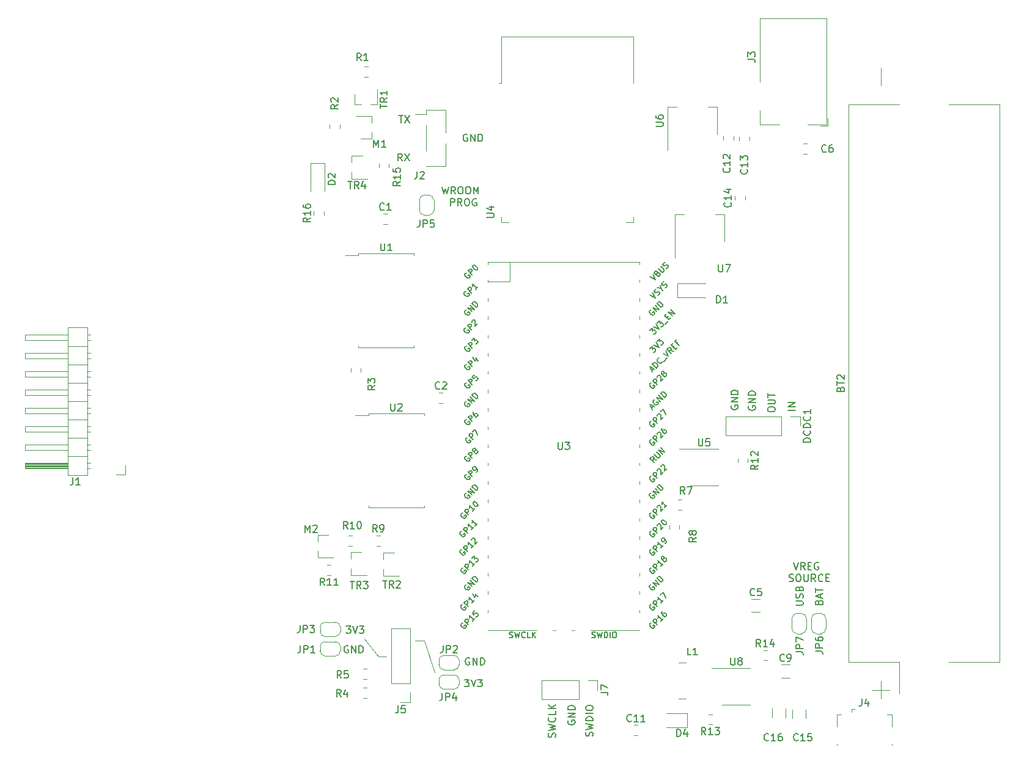
<source format=gbr>
G04 #@! TF.GenerationSoftware,KiCad,Pcbnew,5.1.5+dfsg1-2build2*
G04 #@! TF.CreationDate,2022-02-11T05:24:06+00:00*
G04 #@! TF.ProjectId,psion-org2-bluetooth-adapter,7073696f-6e2d-46f7-9267-322d626c7565,rev?*
G04 #@! TF.SameCoordinates,Original*
G04 #@! TF.FileFunction,Legend,Top*
G04 #@! TF.FilePolarity,Positive*
%FSLAX46Y46*%
G04 Gerber Fmt 4.6, Leading zero omitted, Abs format (unit mm)*
G04 Created by KiCad (PCBNEW 5.1.5+dfsg1-2build2) date 2022-02-11 05:24:06*
%MOMM*%
%LPD*%
G04 APERTURE LIST*
%ADD10C,0.120000*%
%ADD11C,0.150000*%
G04 APERTURE END LIST*
D10*
X118300000Y-131900000D02*
X119400000Y-131900000D01*
X116400000Y-129400000D02*
X118300000Y-131900000D01*
X124700000Y-129700000D02*
X123400000Y-129700000D01*
X126100000Y-134100000D02*
X124700000Y-129700000D01*
D11*
X175833333Y-118827380D02*
X176166666Y-119827380D01*
X176500000Y-118827380D01*
X177404761Y-119827380D02*
X177071428Y-119351190D01*
X176833333Y-119827380D02*
X176833333Y-118827380D01*
X177214285Y-118827380D01*
X177309523Y-118875000D01*
X177357142Y-118922619D01*
X177404761Y-119017857D01*
X177404761Y-119160714D01*
X177357142Y-119255952D01*
X177309523Y-119303571D01*
X177214285Y-119351190D01*
X176833333Y-119351190D01*
X177833333Y-119303571D02*
X178166666Y-119303571D01*
X178309523Y-119827380D02*
X177833333Y-119827380D01*
X177833333Y-118827380D01*
X178309523Y-118827380D01*
X179261904Y-118875000D02*
X179166666Y-118827380D01*
X179023809Y-118827380D01*
X178880952Y-118875000D01*
X178785714Y-118970238D01*
X178738095Y-119065476D01*
X178690476Y-119255952D01*
X178690476Y-119398809D01*
X178738095Y-119589285D01*
X178785714Y-119684523D01*
X178880952Y-119779761D01*
X179023809Y-119827380D01*
X179119047Y-119827380D01*
X179261904Y-119779761D01*
X179309523Y-119732142D01*
X179309523Y-119398809D01*
X179119047Y-119398809D01*
X175214285Y-121429761D02*
X175357142Y-121477380D01*
X175595238Y-121477380D01*
X175690476Y-121429761D01*
X175738095Y-121382142D01*
X175785714Y-121286904D01*
X175785714Y-121191666D01*
X175738095Y-121096428D01*
X175690476Y-121048809D01*
X175595238Y-121001190D01*
X175404761Y-120953571D01*
X175309523Y-120905952D01*
X175261904Y-120858333D01*
X175214285Y-120763095D01*
X175214285Y-120667857D01*
X175261904Y-120572619D01*
X175309523Y-120525000D01*
X175404761Y-120477380D01*
X175642857Y-120477380D01*
X175785714Y-120525000D01*
X176404761Y-120477380D02*
X176595238Y-120477380D01*
X176690476Y-120525000D01*
X176785714Y-120620238D01*
X176833333Y-120810714D01*
X176833333Y-121144047D01*
X176785714Y-121334523D01*
X176690476Y-121429761D01*
X176595238Y-121477380D01*
X176404761Y-121477380D01*
X176309523Y-121429761D01*
X176214285Y-121334523D01*
X176166666Y-121144047D01*
X176166666Y-120810714D01*
X176214285Y-120620238D01*
X176309523Y-120525000D01*
X176404761Y-120477380D01*
X177261904Y-120477380D02*
X177261904Y-121286904D01*
X177309523Y-121382142D01*
X177357142Y-121429761D01*
X177452380Y-121477380D01*
X177642857Y-121477380D01*
X177738095Y-121429761D01*
X177785714Y-121382142D01*
X177833333Y-121286904D01*
X177833333Y-120477380D01*
X178880952Y-121477380D02*
X178547619Y-121001190D01*
X178309523Y-121477380D02*
X178309523Y-120477380D01*
X178690476Y-120477380D01*
X178785714Y-120525000D01*
X178833333Y-120572619D01*
X178880952Y-120667857D01*
X178880952Y-120810714D01*
X178833333Y-120905952D01*
X178785714Y-120953571D01*
X178690476Y-121001190D01*
X178309523Y-121001190D01*
X179880952Y-121382142D02*
X179833333Y-121429761D01*
X179690476Y-121477380D01*
X179595238Y-121477380D01*
X179452380Y-121429761D01*
X179357142Y-121334523D01*
X179309523Y-121239285D01*
X179261904Y-121048809D01*
X179261904Y-120905952D01*
X179309523Y-120715476D01*
X179357142Y-120620238D01*
X179452380Y-120525000D01*
X179595238Y-120477380D01*
X179690476Y-120477380D01*
X179833333Y-120525000D01*
X179880952Y-120572619D01*
X180309523Y-120953571D02*
X180642857Y-120953571D01*
X180785714Y-121477380D02*
X180309523Y-121477380D01*
X180309523Y-120477380D01*
X180785714Y-120477380D01*
X179328571Y-124338095D02*
X179376190Y-124195238D01*
X179423809Y-124147619D01*
X179519047Y-124100000D01*
X179661904Y-124100000D01*
X179757142Y-124147619D01*
X179804761Y-124195238D01*
X179852380Y-124290476D01*
X179852380Y-124671428D01*
X178852380Y-124671428D01*
X178852380Y-124338095D01*
X178900000Y-124242857D01*
X178947619Y-124195238D01*
X179042857Y-124147619D01*
X179138095Y-124147619D01*
X179233333Y-124195238D01*
X179280952Y-124242857D01*
X179328571Y-124338095D01*
X179328571Y-124671428D01*
X179566666Y-123719047D02*
X179566666Y-123242857D01*
X179852380Y-123814285D02*
X178852380Y-123480952D01*
X179852380Y-123147619D01*
X178852380Y-122957142D02*
X178852380Y-122385714D01*
X179852380Y-122671428D02*
X178852380Y-122671428D01*
X176152380Y-124761904D02*
X176961904Y-124761904D01*
X177057142Y-124714285D01*
X177104761Y-124666666D01*
X177152380Y-124571428D01*
X177152380Y-124380952D01*
X177104761Y-124285714D01*
X177057142Y-124238095D01*
X176961904Y-124190476D01*
X176152380Y-124190476D01*
X177104761Y-123761904D02*
X177152380Y-123619047D01*
X177152380Y-123380952D01*
X177104761Y-123285714D01*
X177057142Y-123238095D01*
X176961904Y-123190476D01*
X176866666Y-123190476D01*
X176771428Y-123238095D01*
X176723809Y-123285714D01*
X176676190Y-123380952D01*
X176628571Y-123571428D01*
X176580952Y-123666666D01*
X176533333Y-123714285D01*
X176438095Y-123761904D01*
X176342857Y-123761904D01*
X176247619Y-123714285D01*
X176200000Y-123666666D01*
X176152380Y-123571428D01*
X176152380Y-123333333D01*
X176200000Y-123190476D01*
X176628571Y-122428571D02*
X176676190Y-122285714D01*
X176723809Y-122238095D01*
X176819047Y-122190476D01*
X176961904Y-122190476D01*
X177057142Y-122238095D01*
X177104761Y-122285714D01*
X177152380Y-122380952D01*
X177152380Y-122761904D01*
X176152380Y-122761904D01*
X176152380Y-122428571D01*
X176200000Y-122333333D01*
X176247619Y-122285714D01*
X176342857Y-122238095D01*
X176438095Y-122238095D01*
X176533333Y-122285714D01*
X176580952Y-122333333D01*
X176628571Y-122428571D01*
X176628571Y-122761904D01*
X172252380Y-97700000D02*
X172252380Y-97509523D01*
X172300000Y-97414285D01*
X172395238Y-97319047D01*
X172585714Y-97271428D01*
X172919047Y-97271428D01*
X173109523Y-97319047D01*
X173204761Y-97414285D01*
X173252380Y-97509523D01*
X173252380Y-97700000D01*
X173204761Y-97795238D01*
X173109523Y-97890476D01*
X172919047Y-97938095D01*
X172585714Y-97938095D01*
X172395238Y-97890476D01*
X172300000Y-97795238D01*
X172252380Y-97700000D01*
X172252380Y-96842857D02*
X173061904Y-96842857D01*
X173157142Y-96795238D01*
X173204761Y-96747619D01*
X173252380Y-96652380D01*
X173252380Y-96461904D01*
X173204761Y-96366666D01*
X173157142Y-96319047D01*
X173061904Y-96271428D01*
X172252380Y-96271428D01*
X172252380Y-95938095D02*
X172252380Y-95366666D01*
X173252380Y-95652380D02*
X172252380Y-95652380D01*
X176052380Y-97723809D02*
X175052380Y-97723809D01*
X176052380Y-97247619D02*
X175052380Y-97247619D01*
X176052380Y-96676190D01*
X175052380Y-96676190D01*
X167200000Y-97061904D02*
X167152380Y-97157142D01*
X167152380Y-97300000D01*
X167200000Y-97442857D01*
X167295238Y-97538095D01*
X167390476Y-97585714D01*
X167580952Y-97633333D01*
X167723809Y-97633333D01*
X167914285Y-97585714D01*
X168009523Y-97538095D01*
X168104761Y-97442857D01*
X168152380Y-97300000D01*
X168152380Y-97204761D01*
X168104761Y-97061904D01*
X168057142Y-97014285D01*
X167723809Y-97014285D01*
X167723809Y-97204761D01*
X168152380Y-96585714D02*
X167152380Y-96585714D01*
X168152380Y-96014285D01*
X167152380Y-96014285D01*
X168152380Y-95538095D02*
X167152380Y-95538095D01*
X167152380Y-95300000D01*
X167200000Y-95157142D01*
X167295238Y-95061904D01*
X167390476Y-95014285D01*
X167580952Y-94966666D01*
X167723809Y-94966666D01*
X167914285Y-95014285D01*
X168009523Y-95061904D01*
X168104761Y-95157142D01*
X168152380Y-95300000D01*
X168152380Y-95538095D01*
X169600000Y-97161904D02*
X169552380Y-97257142D01*
X169552380Y-97400000D01*
X169600000Y-97542857D01*
X169695238Y-97638095D01*
X169790476Y-97685714D01*
X169980952Y-97733333D01*
X170123809Y-97733333D01*
X170314285Y-97685714D01*
X170409523Y-97638095D01*
X170504761Y-97542857D01*
X170552380Y-97400000D01*
X170552380Y-97304761D01*
X170504761Y-97161904D01*
X170457142Y-97114285D01*
X170123809Y-97114285D01*
X170123809Y-97304761D01*
X170552380Y-96685714D02*
X169552380Y-96685714D01*
X170552380Y-96114285D01*
X169552380Y-96114285D01*
X170552380Y-95638095D02*
X169552380Y-95638095D01*
X169552380Y-95400000D01*
X169600000Y-95257142D01*
X169695238Y-95161904D01*
X169790476Y-95114285D01*
X169980952Y-95066666D01*
X170123809Y-95066666D01*
X170314285Y-95114285D01*
X170409523Y-95161904D01*
X170504761Y-95257142D01*
X170552380Y-95400000D01*
X170552380Y-95638095D01*
X148004761Y-142919047D02*
X148052380Y-142776190D01*
X148052380Y-142538095D01*
X148004761Y-142442857D01*
X147957142Y-142395238D01*
X147861904Y-142347619D01*
X147766666Y-142347619D01*
X147671428Y-142395238D01*
X147623809Y-142442857D01*
X147576190Y-142538095D01*
X147528571Y-142728571D01*
X147480952Y-142823809D01*
X147433333Y-142871428D01*
X147338095Y-142919047D01*
X147242857Y-142919047D01*
X147147619Y-142871428D01*
X147100000Y-142823809D01*
X147052380Y-142728571D01*
X147052380Y-142490476D01*
X147100000Y-142347619D01*
X147052380Y-142014285D02*
X148052380Y-141776190D01*
X147338095Y-141585714D01*
X148052380Y-141395238D01*
X147052380Y-141157142D01*
X148052380Y-140776190D02*
X147052380Y-140776190D01*
X147052380Y-140538095D01*
X147100000Y-140395238D01*
X147195238Y-140300000D01*
X147290476Y-140252380D01*
X147480952Y-140204761D01*
X147623809Y-140204761D01*
X147814285Y-140252380D01*
X147909523Y-140300000D01*
X148004761Y-140395238D01*
X148052380Y-140538095D01*
X148052380Y-140776190D01*
X148052380Y-139776190D02*
X147052380Y-139776190D01*
X147052380Y-139109523D02*
X147052380Y-138919047D01*
X147100000Y-138823809D01*
X147195238Y-138728571D01*
X147385714Y-138680952D01*
X147719047Y-138680952D01*
X147909523Y-138728571D01*
X148004761Y-138823809D01*
X148052380Y-138919047D01*
X148052380Y-139109523D01*
X148004761Y-139204761D01*
X147909523Y-139300000D01*
X147719047Y-139347619D01*
X147385714Y-139347619D01*
X147195238Y-139300000D01*
X147100000Y-139204761D01*
X147052380Y-139109523D01*
X142804761Y-143061904D02*
X142852380Y-142919047D01*
X142852380Y-142680952D01*
X142804761Y-142585714D01*
X142757142Y-142538095D01*
X142661904Y-142490476D01*
X142566666Y-142490476D01*
X142471428Y-142538095D01*
X142423809Y-142585714D01*
X142376190Y-142680952D01*
X142328571Y-142871428D01*
X142280952Y-142966666D01*
X142233333Y-143014285D01*
X142138095Y-143061904D01*
X142042857Y-143061904D01*
X141947619Y-143014285D01*
X141900000Y-142966666D01*
X141852380Y-142871428D01*
X141852380Y-142633333D01*
X141900000Y-142490476D01*
X141852380Y-142157142D02*
X142852380Y-141919047D01*
X142138095Y-141728571D01*
X142852380Y-141538095D01*
X141852380Y-141300000D01*
X142757142Y-140347619D02*
X142804761Y-140395238D01*
X142852380Y-140538095D01*
X142852380Y-140633333D01*
X142804761Y-140776190D01*
X142709523Y-140871428D01*
X142614285Y-140919047D01*
X142423809Y-140966666D01*
X142280952Y-140966666D01*
X142090476Y-140919047D01*
X141995238Y-140871428D01*
X141900000Y-140776190D01*
X141852380Y-140633333D01*
X141852380Y-140538095D01*
X141900000Y-140395238D01*
X141947619Y-140347619D01*
X142852380Y-139442857D02*
X142852380Y-139919047D01*
X141852380Y-139919047D01*
X142852380Y-139109523D02*
X141852380Y-139109523D01*
X142852380Y-138538095D02*
X142280952Y-138966666D01*
X141852380Y-138538095D02*
X142423809Y-139109523D01*
X144600000Y-140761904D02*
X144552380Y-140857142D01*
X144552380Y-141000000D01*
X144600000Y-141142857D01*
X144695238Y-141238095D01*
X144790476Y-141285714D01*
X144980952Y-141333333D01*
X145123809Y-141333333D01*
X145314285Y-141285714D01*
X145409523Y-141238095D01*
X145504761Y-141142857D01*
X145552380Y-141000000D01*
X145552380Y-140904761D01*
X145504761Y-140761904D01*
X145457142Y-140714285D01*
X145123809Y-140714285D01*
X145123809Y-140904761D01*
X145552380Y-140285714D02*
X144552380Y-140285714D01*
X145552380Y-139714285D01*
X144552380Y-139714285D01*
X145552380Y-139238095D02*
X144552380Y-139238095D01*
X144552380Y-139000000D01*
X144600000Y-138857142D01*
X144695238Y-138761904D01*
X144790476Y-138714285D01*
X144980952Y-138666666D01*
X145123809Y-138666666D01*
X145314285Y-138714285D01*
X145409523Y-138761904D01*
X145504761Y-138857142D01*
X145552380Y-139000000D01*
X145552380Y-139238095D01*
X113861904Y-127652380D02*
X114480952Y-127652380D01*
X114147619Y-128033333D01*
X114290476Y-128033333D01*
X114385714Y-128080952D01*
X114433333Y-128128571D01*
X114480952Y-128223809D01*
X114480952Y-128461904D01*
X114433333Y-128557142D01*
X114385714Y-128604761D01*
X114290476Y-128652380D01*
X114004761Y-128652380D01*
X113909523Y-128604761D01*
X113861904Y-128557142D01*
X114766666Y-127652380D02*
X115100000Y-128652380D01*
X115433333Y-127652380D01*
X115671428Y-127652380D02*
X116290476Y-127652380D01*
X115957142Y-128033333D01*
X116100000Y-128033333D01*
X116195238Y-128080952D01*
X116242857Y-128128571D01*
X116290476Y-128223809D01*
X116290476Y-128461904D01*
X116242857Y-128557142D01*
X116195238Y-128604761D01*
X116100000Y-128652380D01*
X115814285Y-128652380D01*
X115719047Y-128604761D01*
X115671428Y-128557142D01*
X114138095Y-130400000D02*
X114042857Y-130352380D01*
X113900000Y-130352380D01*
X113757142Y-130400000D01*
X113661904Y-130495238D01*
X113614285Y-130590476D01*
X113566666Y-130780952D01*
X113566666Y-130923809D01*
X113614285Y-131114285D01*
X113661904Y-131209523D01*
X113757142Y-131304761D01*
X113900000Y-131352380D01*
X113995238Y-131352380D01*
X114138095Y-131304761D01*
X114185714Y-131257142D01*
X114185714Y-130923809D01*
X113995238Y-130923809D01*
X114614285Y-131352380D02*
X114614285Y-130352380D01*
X115185714Y-131352380D01*
X115185714Y-130352380D01*
X115661904Y-131352380D02*
X115661904Y-130352380D01*
X115900000Y-130352380D01*
X116042857Y-130400000D01*
X116138095Y-130495238D01*
X116185714Y-130590476D01*
X116233333Y-130780952D01*
X116233333Y-130923809D01*
X116185714Y-131114285D01*
X116138095Y-131209523D01*
X116042857Y-131304761D01*
X115900000Y-131352380D01*
X115661904Y-131352380D01*
X130261904Y-135052380D02*
X130880952Y-135052380D01*
X130547619Y-135433333D01*
X130690476Y-135433333D01*
X130785714Y-135480952D01*
X130833333Y-135528571D01*
X130880952Y-135623809D01*
X130880952Y-135861904D01*
X130833333Y-135957142D01*
X130785714Y-136004761D01*
X130690476Y-136052380D01*
X130404761Y-136052380D01*
X130309523Y-136004761D01*
X130261904Y-135957142D01*
X131166666Y-135052380D02*
X131500000Y-136052380D01*
X131833333Y-135052380D01*
X132071428Y-135052380D02*
X132690476Y-135052380D01*
X132357142Y-135433333D01*
X132500000Y-135433333D01*
X132595238Y-135480952D01*
X132642857Y-135528571D01*
X132690476Y-135623809D01*
X132690476Y-135861904D01*
X132642857Y-135957142D01*
X132595238Y-136004761D01*
X132500000Y-136052380D01*
X132214285Y-136052380D01*
X132119047Y-136004761D01*
X132071428Y-135957142D01*
X130938095Y-132100000D02*
X130842857Y-132052380D01*
X130700000Y-132052380D01*
X130557142Y-132100000D01*
X130461904Y-132195238D01*
X130414285Y-132290476D01*
X130366666Y-132480952D01*
X130366666Y-132623809D01*
X130414285Y-132814285D01*
X130461904Y-132909523D01*
X130557142Y-133004761D01*
X130700000Y-133052380D01*
X130795238Y-133052380D01*
X130938095Y-133004761D01*
X130985714Y-132957142D01*
X130985714Y-132623809D01*
X130795238Y-132623809D01*
X131414285Y-133052380D02*
X131414285Y-132052380D01*
X131985714Y-133052380D01*
X131985714Y-132052380D01*
X132461904Y-133052380D02*
X132461904Y-132052380D01*
X132700000Y-132052380D01*
X132842857Y-132100000D01*
X132938095Y-132195238D01*
X132985714Y-132290476D01*
X133033333Y-132480952D01*
X133033333Y-132623809D01*
X132985714Y-132814285D01*
X132938095Y-132909523D01*
X132842857Y-133004761D01*
X132700000Y-133052380D01*
X132461904Y-133052380D01*
X127171428Y-66727380D02*
X127409523Y-67727380D01*
X127600000Y-67013095D01*
X127790476Y-67727380D01*
X128028571Y-66727380D01*
X128980952Y-67727380D02*
X128647619Y-67251190D01*
X128409523Y-67727380D02*
X128409523Y-66727380D01*
X128790476Y-66727380D01*
X128885714Y-66775000D01*
X128933333Y-66822619D01*
X128980952Y-66917857D01*
X128980952Y-67060714D01*
X128933333Y-67155952D01*
X128885714Y-67203571D01*
X128790476Y-67251190D01*
X128409523Y-67251190D01*
X129600000Y-66727380D02*
X129790476Y-66727380D01*
X129885714Y-66775000D01*
X129980952Y-66870238D01*
X130028571Y-67060714D01*
X130028571Y-67394047D01*
X129980952Y-67584523D01*
X129885714Y-67679761D01*
X129790476Y-67727380D01*
X129600000Y-67727380D01*
X129504761Y-67679761D01*
X129409523Y-67584523D01*
X129361904Y-67394047D01*
X129361904Y-67060714D01*
X129409523Y-66870238D01*
X129504761Y-66775000D01*
X129600000Y-66727380D01*
X130647619Y-66727380D02*
X130838095Y-66727380D01*
X130933333Y-66775000D01*
X131028571Y-66870238D01*
X131076190Y-67060714D01*
X131076190Y-67394047D01*
X131028571Y-67584523D01*
X130933333Y-67679761D01*
X130838095Y-67727380D01*
X130647619Y-67727380D01*
X130552380Y-67679761D01*
X130457142Y-67584523D01*
X130409523Y-67394047D01*
X130409523Y-67060714D01*
X130457142Y-66870238D01*
X130552380Y-66775000D01*
X130647619Y-66727380D01*
X131504761Y-67727380D02*
X131504761Y-66727380D01*
X131838095Y-67441666D01*
X132171428Y-66727380D01*
X132171428Y-67727380D01*
X128314285Y-69377380D02*
X128314285Y-68377380D01*
X128695238Y-68377380D01*
X128790476Y-68425000D01*
X128838095Y-68472619D01*
X128885714Y-68567857D01*
X128885714Y-68710714D01*
X128838095Y-68805952D01*
X128790476Y-68853571D01*
X128695238Y-68901190D01*
X128314285Y-68901190D01*
X129885714Y-69377380D02*
X129552380Y-68901190D01*
X129314285Y-69377380D02*
X129314285Y-68377380D01*
X129695238Y-68377380D01*
X129790476Y-68425000D01*
X129838095Y-68472619D01*
X129885714Y-68567857D01*
X129885714Y-68710714D01*
X129838095Y-68805952D01*
X129790476Y-68853571D01*
X129695238Y-68901190D01*
X129314285Y-68901190D01*
X130504761Y-68377380D02*
X130695238Y-68377380D01*
X130790476Y-68425000D01*
X130885714Y-68520238D01*
X130933333Y-68710714D01*
X130933333Y-69044047D01*
X130885714Y-69234523D01*
X130790476Y-69329761D01*
X130695238Y-69377380D01*
X130504761Y-69377380D01*
X130409523Y-69329761D01*
X130314285Y-69234523D01*
X130266666Y-69044047D01*
X130266666Y-68710714D01*
X130314285Y-68520238D01*
X130409523Y-68425000D01*
X130504761Y-68377380D01*
X131885714Y-68425000D02*
X131790476Y-68377380D01*
X131647619Y-68377380D01*
X131504761Y-68425000D01*
X131409523Y-68520238D01*
X131361904Y-68615476D01*
X131314285Y-68805952D01*
X131314285Y-68948809D01*
X131361904Y-69139285D01*
X131409523Y-69234523D01*
X131504761Y-69329761D01*
X131647619Y-69377380D01*
X131742857Y-69377380D01*
X131885714Y-69329761D01*
X131933333Y-69282142D01*
X131933333Y-68948809D01*
X131742857Y-68948809D01*
X121138095Y-56852380D02*
X121709523Y-56852380D01*
X121423809Y-57852380D02*
X121423809Y-56852380D01*
X121947619Y-56852380D02*
X122614285Y-57852380D01*
X122614285Y-56852380D02*
X121947619Y-57852380D01*
X121633333Y-63152380D02*
X121300000Y-62676190D01*
X121061904Y-63152380D02*
X121061904Y-62152380D01*
X121442857Y-62152380D01*
X121538095Y-62200000D01*
X121585714Y-62247619D01*
X121633333Y-62342857D01*
X121633333Y-62485714D01*
X121585714Y-62580952D01*
X121538095Y-62628571D01*
X121442857Y-62676190D01*
X121061904Y-62676190D01*
X121966666Y-62152380D02*
X122633333Y-63152380D01*
X122633333Y-62152380D02*
X121966666Y-63152380D01*
X130638095Y-59500000D02*
X130542857Y-59452380D01*
X130400000Y-59452380D01*
X130257142Y-59500000D01*
X130161904Y-59595238D01*
X130114285Y-59690476D01*
X130066666Y-59880952D01*
X130066666Y-60023809D01*
X130114285Y-60214285D01*
X130161904Y-60309523D01*
X130257142Y-60404761D01*
X130400000Y-60452380D01*
X130495238Y-60452380D01*
X130638095Y-60404761D01*
X130685714Y-60357142D01*
X130685714Y-60023809D01*
X130495238Y-60023809D01*
X131114285Y-60452380D02*
X131114285Y-59452380D01*
X131685714Y-60452380D01*
X131685714Y-59452380D01*
X132161904Y-60452380D02*
X132161904Y-59452380D01*
X132400000Y-59452380D01*
X132542857Y-59500000D01*
X132638095Y-59595238D01*
X132685714Y-59690476D01*
X132733333Y-59880952D01*
X132733333Y-60023809D01*
X132685714Y-60214285D01*
X132638095Y-60309523D01*
X132542857Y-60404761D01*
X132400000Y-60452380D01*
X132161904Y-60452380D01*
D10*
X114640000Y-62470000D02*
X116100000Y-62470000D01*
X114640000Y-65630000D02*
X116800000Y-65630000D01*
X114640000Y-65630000D02*
X114640000Y-64700000D01*
X114640000Y-62470000D02*
X114640000Y-63400000D01*
X110810000Y-70658578D02*
X110810000Y-70141422D01*
X109390000Y-70658578D02*
X109390000Y-70141422D01*
X118390000Y-63541422D02*
X118390000Y-64058578D01*
X119810000Y-63541422D02*
X119810000Y-64058578D01*
X110900000Y-63450000D02*
X110900000Y-67350000D01*
X108900000Y-63450000D02*
X108900000Y-67350000D01*
X110900000Y-63450000D02*
X108900000Y-63450000D01*
X163425001Y-103065001D02*
X159975001Y-103065001D01*
X163425001Y-103065001D02*
X165375001Y-103065001D01*
X163425001Y-108185001D02*
X161475001Y-108185001D01*
X163425001Y-108185001D02*
X165375001Y-108185001D01*
X168090000Y-104441422D02*
X168090000Y-104958578D01*
X169510000Y-104441422D02*
X169510000Y-104958578D01*
X168290000Y-59841422D02*
X168290000Y-60358578D01*
X169710000Y-59841422D02*
X169710000Y-60358578D01*
X176730000Y-98570000D02*
X176730000Y-99900000D01*
X175400000Y-98570000D02*
X176730000Y-98570000D01*
X174130000Y-98570000D02*
X174130000Y-101230000D01*
X174130000Y-101230000D02*
X166450000Y-101230000D01*
X174130000Y-98570000D02*
X166450000Y-98570000D01*
X166450000Y-98570000D02*
X166450000Y-101230000D01*
X167900000Y-133440000D02*
X164450000Y-133440000D01*
X167900000Y-133440000D02*
X169850000Y-133440000D01*
X167900000Y-138560000D02*
X165950000Y-138560000D01*
X167900000Y-138560000D02*
X169850000Y-138560000D01*
X158390000Y-61700000D02*
X158390000Y-55690000D01*
X165210000Y-59450000D02*
X165210000Y-55690000D01*
X158390000Y-55690000D02*
X159650000Y-55690000D01*
X165210000Y-55690000D02*
X163950000Y-55690000D01*
X135380000Y-52355000D02*
X135000000Y-52355000D01*
X135380000Y-45935000D02*
X135380000Y-52355000D01*
X153620000Y-45935000D02*
X153620000Y-52355000D01*
X135380000Y-45935000D02*
X153620000Y-45935000D01*
X153620000Y-71680000D02*
X152620000Y-71680000D01*
X153620000Y-70900000D02*
X153620000Y-71680000D01*
X135380000Y-71680000D02*
X136380000Y-71680000D01*
X135380000Y-70900000D02*
X135380000Y-71680000D01*
X114540000Y-117420000D02*
X116000000Y-117420000D01*
X114540000Y-120580000D02*
X116700000Y-120580000D01*
X114540000Y-120580000D02*
X114540000Y-119650000D01*
X114540000Y-117420000D02*
X114540000Y-118350000D01*
X119040000Y-117520000D02*
X120500000Y-117520000D01*
X119040000Y-120680000D02*
X121200000Y-120680000D01*
X119040000Y-120680000D02*
X119040000Y-119750000D01*
X119040000Y-117520000D02*
X119040000Y-118450000D01*
X115020000Y-55360000D02*
X115020000Y-53900000D01*
X118180000Y-55360000D02*
X118180000Y-53200000D01*
X118180000Y-55360000D02*
X117250000Y-55360000D01*
X115020000Y-55360000D02*
X115950000Y-55360000D01*
X171641422Y-132410000D02*
X172158578Y-132410000D01*
X171641422Y-130990000D02*
X172158578Y-130990000D01*
X164558578Y-139890000D02*
X164041422Y-139890000D01*
X164558578Y-141310000D02*
X164041422Y-141310000D01*
X111758578Y-119190000D02*
X111241422Y-119190000D01*
X111758578Y-120610000D02*
X111241422Y-120610000D01*
X114141422Y-116510000D02*
X114658578Y-116510000D01*
X114141422Y-115090000D02*
X114658578Y-115090000D01*
X118041422Y-116510000D02*
X118558578Y-116510000D01*
X118041422Y-115090000D02*
X118558578Y-115090000D01*
X158590000Y-113641422D02*
X158590000Y-114158578D01*
X160010000Y-113641422D02*
X160010000Y-114158578D01*
X160358578Y-110090000D02*
X159841422Y-110090000D01*
X160358578Y-111510000D02*
X159841422Y-111510000D01*
X113010000Y-58658578D02*
X113010000Y-58141422D01*
X111590000Y-58658578D02*
X111590000Y-58141422D01*
X109940000Y-115020000D02*
X111400000Y-115020000D01*
X109940000Y-118180000D02*
X112100000Y-118180000D01*
X109940000Y-118180000D02*
X109940000Y-117250000D01*
X109940000Y-115020000D02*
X109940000Y-115950000D01*
X117360000Y-60080000D02*
X115900000Y-60080000D01*
X117360000Y-56920000D02*
X115200000Y-56920000D01*
X117360000Y-56920000D02*
X117360000Y-57850000D01*
X117360000Y-60080000D02*
X117360000Y-59150000D01*
X177600000Y-126600000D02*
X177600000Y-128000000D01*
X176900000Y-128700000D02*
X176300000Y-128700000D01*
X175600000Y-128000000D02*
X175600000Y-126600000D01*
X176300000Y-125900000D02*
X176900000Y-125900000D01*
X176900000Y-125900000D02*
G75*
G02X177600000Y-126600000I0J-700000D01*
G01*
X175600000Y-126600000D02*
G75*
G02X176300000Y-125900000I700000J0D01*
G01*
X176300000Y-128700000D02*
G75*
G02X175600000Y-128000000I0J700000D01*
G01*
X177600000Y-128000000D02*
G75*
G02X176900000Y-128700000I-700000J0D01*
G01*
X180300000Y-126600000D02*
X180300000Y-128000000D01*
X179600000Y-128700000D02*
X179000000Y-128700000D01*
X178300000Y-128000000D02*
X178300000Y-126600000D01*
X179000000Y-125900000D02*
X179600000Y-125900000D01*
X179600000Y-125900000D02*
G75*
G02X180300000Y-126600000I0J-700000D01*
G01*
X178300000Y-126600000D02*
G75*
G02X179000000Y-125900000I700000J0D01*
G01*
X179000000Y-128700000D02*
G75*
G02X178300000Y-128000000I0J700000D01*
G01*
X180300000Y-128000000D02*
G75*
G02X179600000Y-128700000I-700000J0D01*
G01*
X127400000Y-131700000D02*
X128800000Y-131700000D01*
X129500000Y-132400000D02*
X129500000Y-133000000D01*
X128800000Y-133700000D02*
X127400000Y-133700000D01*
X126700000Y-133000000D02*
X126700000Y-132400000D01*
X126700000Y-132400000D02*
G75*
G02X127400000Y-131700000I700000J0D01*
G01*
X127400000Y-133700000D02*
G75*
G02X126700000Y-133000000I0J700000D01*
G01*
X129500000Y-133000000D02*
G75*
G02X128800000Y-133700000I-700000J0D01*
G01*
X128800000Y-131700000D02*
G75*
G02X129500000Y-132400000I0J-700000D01*
G01*
X183840000Y-139190000D02*
X183840000Y-139580000D01*
X183840000Y-139190000D02*
X184290000Y-139190000D01*
X189410000Y-139890000D02*
X188760000Y-139890000D01*
X189410000Y-141620000D02*
X189410000Y-139890000D01*
X181790000Y-144190000D02*
X181790000Y-143980000D01*
X189410000Y-144190000D02*
X189410000Y-143980000D01*
X181790000Y-141620000D02*
X181790000Y-139890000D01*
X181790000Y-139890000D02*
X182450000Y-139890000D01*
X180400000Y-58100000D02*
X177800000Y-58100000D01*
X180400000Y-43400000D02*
X180400000Y-58100000D01*
X171200000Y-58100000D02*
X171200000Y-56200000D01*
X173900000Y-58100000D02*
X171200000Y-58100000D01*
X171200000Y-43400000D02*
X180400000Y-43400000D01*
X171200000Y-52200000D02*
X171200000Y-43400000D01*
X180600000Y-57250000D02*
X180600000Y-58300000D01*
X179550000Y-58300000D02*
X180600000Y-58300000D01*
X169110000Y-68558578D02*
X169110000Y-68041422D01*
X167690000Y-68558578D02*
X167690000Y-68041422D01*
X166090000Y-59741422D02*
X166090000Y-60258578D01*
X167510000Y-59741422D02*
X167510000Y-60258578D01*
X153741422Y-142810000D02*
X154258578Y-142810000D01*
X153741422Y-141390000D02*
X154258578Y-141390000D01*
X177141422Y-62210000D02*
X177658578Y-62210000D01*
X177141422Y-60790000D02*
X177658578Y-60790000D01*
X126741422Y-96710000D02*
X127258578Y-96710000D01*
X126741422Y-95290000D02*
X127258578Y-95290000D01*
X119041422Y-71910000D02*
X119558578Y-71910000D01*
X119041422Y-70490000D02*
X119558578Y-70490000D01*
X172890000Y-139097936D02*
X172890000Y-140302064D01*
X174710000Y-139097936D02*
X174710000Y-140302064D01*
X169997936Y-125710000D02*
X171202064Y-125710000D01*
X169997936Y-123890000D02*
X171202064Y-123890000D01*
X160900000Y-132690000D02*
X159900000Y-132690000D01*
X160900000Y-137710000D02*
X159900000Y-137710000D01*
X161060000Y-139740000D02*
X158200000Y-139740000D01*
X161060000Y-141660000D02*
X161060000Y-139740000D01*
X158200000Y-141660000D02*
X161060000Y-141660000D01*
X175690000Y-139197936D02*
X175690000Y-140402064D01*
X177510000Y-139197936D02*
X177510000Y-140402064D01*
X174097936Y-134810000D02*
X175302064Y-134810000D01*
X174097936Y-132990000D02*
X175302064Y-132990000D01*
X189150000Y-136500000D02*
X186650000Y-136500000D01*
X187900000Y-137750000D02*
X187900000Y-135250000D01*
X187900000Y-50250000D02*
X187900000Y-52750000D01*
X190460000Y-55360000D02*
X183480000Y-55360000D01*
X183460000Y-55360000D02*
X183460000Y-132640000D01*
X183460000Y-132640000D02*
X190460000Y-132640000D01*
X197340000Y-55360000D02*
X204340000Y-55360000D01*
X204340000Y-55360000D02*
X204340000Y-132640000D01*
X204340000Y-132640000D02*
X197340000Y-132640000D01*
X190460000Y-132640000D02*
X190460000Y-137000000D01*
X159390000Y-76550000D02*
X159390000Y-70540000D01*
X166210000Y-74300000D02*
X166210000Y-70540000D01*
X159390000Y-70540000D02*
X160650000Y-70540000D01*
X166210000Y-70540000D02*
X164950000Y-70540000D01*
X159750000Y-80100000D02*
X163650000Y-80100000D01*
X159750000Y-82100000D02*
X163650000Y-82100000D01*
X159750000Y-80100000D02*
X159750000Y-82100000D01*
X83270000Y-106650000D02*
X82000000Y-106650000D01*
X83270000Y-105380000D02*
X83270000Y-106650000D01*
X77962929Y-105760000D02*
X78417071Y-105760000D01*
X77962929Y-105000000D02*
X78417071Y-105000000D01*
X78417071Y-87220000D02*
X78020000Y-87220000D01*
X78417071Y-87980000D02*
X78020000Y-87980000D01*
X69360000Y-87220000D02*
X75360000Y-87220000D01*
X69360000Y-87980000D02*
X69360000Y-87220000D01*
X75360000Y-87980000D02*
X69360000Y-87980000D01*
X78020000Y-88870000D02*
X75360000Y-88870000D01*
X77962929Y-103220000D02*
X78417071Y-103220000D01*
X77962929Y-102460000D02*
X78417071Y-102460000D01*
X78417071Y-89760000D02*
X78020000Y-89760000D01*
X78417071Y-90520000D02*
X78020000Y-90520000D01*
X69360000Y-89760000D02*
X75360000Y-89760000D01*
X69360000Y-90520000D02*
X69360000Y-89760000D01*
X75360000Y-90520000D02*
X69360000Y-90520000D01*
X78020000Y-91410000D02*
X75360000Y-91410000D01*
X77962929Y-100680000D02*
X78417071Y-100680000D01*
X77962929Y-99920000D02*
X78417071Y-99920000D01*
X78417071Y-92300000D02*
X78020000Y-92300000D01*
X78417071Y-93060000D02*
X78020000Y-93060000D01*
X69360000Y-92300000D02*
X75360000Y-92300000D01*
X69360000Y-93060000D02*
X69360000Y-92300000D01*
X75360000Y-93060000D02*
X69360000Y-93060000D01*
X78020000Y-93950000D02*
X75360000Y-93950000D01*
X77962929Y-98140000D02*
X78417071Y-98140000D01*
X77962929Y-97380000D02*
X78417071Y-97380000D01*
X78417071Y-94840000D02*
X78020000Y-94840000D01*
X78417071Y-95600000D02*
X78020000Y-95600000D01*
X69360000Y-94840000D02*
X75360000Y-94840000D01*
X69360000Y-95600000D02*
X69360000Y-94840000D01*
X75360000Y-95600000D02*
X69360000Y-95600000D01*
X78020000Y-96490000D02*
X75360000Y-96490000D01*
X77962929Y-95600000D02*
X78417071Y-95600000D01*
X77962929Y-94840000D02*
X78417071Y-94840000D01*
X78417071Y-97380000D02*
X78020000Y-97380000D01*
X78417071Y-98140000D02*
X78020000Y-98140000D01*
X69360000Y-97380000D02*
X75360000Y-97380000D01*
X69360000Y-98140000D02*
X69360000Y-97380000D01*
X75360000Y-98140000D02*
X69360000Y-98140000D01*
X78020000Y-99030000D02*
X75360000Y-99030000D01*
X77962929Y-93060000D02*
X78417071Y-93060000D01*
X77962929Y-92300000D02*
X78417071Y-92300000D01*
X78417071Y-99920000D02*
X78020000Y-99920000D01*
X78417071Y-100680000D02*
X78020000Y-100680000D01*
X69360000Y-99920000D02*
X75360000Y-99920000D01*
X69360000Y-100680000D02*
X69360000Y-99920000D01*
X75360000Y-100680000D02*
X69360000Y-100680000D01*
X78020000Y-101570000D02*
X75360000Y-101570000D01*
X77962929Y-90520000D02*
X78417071Y-90520000D01*
X77962929Y-89760000D02*
X78417071Y-89760000D01*
X78417071Y-102460000D02*
X78020000Y-102460000D01*
X78417071Y-103220000D02*
X78020000Y-103220000D01*
X69360000Y-102460000D02*
X75360000Y-102460000D01*
X69360000Y-103220000D02*
X69360000Y-102460000D01*
X75360000Y-103220000D02*
X69360000Y-103220000D01*
X78020000Y-104110000D02*
X75360000Y-104110000D01*
X78030000Y-87980000D02*
X78417071Y-87980000D01*
X78030000Y-87220000D02*
X78417071Y-87220000D01*
X78417071Y-105000000D02*
X78020000Y-105000000D01*
X78417071Y-105760000D02*
X78020000Y-105760000D01*
X75360000Y-105100000D02*
X69360000Y-105100000D01*
X75360000Y-105220000D02*
X69360000Y-105220000D01*
X75360000Y-105340000D02*
X69360000Y-105340000D01*
X75360000Y-105460000D02*
X69360000Y-105460000D01*
X75360000Y-105580000D02*
X69360000Y-105580000D01*
X75360000Y-105700000D02*
X69360000Y-105700000D01*
X69360000Y-105000000D02*
X75360000Y-105000000D01*
X69360000Y-105760000D02*
X69360000Y-105000000D01*
X75360000Y-105760000D02*
X69360000Y-105760000D01*
X75360000Y-106710000D02*
X78020000Y-106710000D01*
X75360000Y-86270000D02*
X75360000Y-106710000D01*
X78020000Y-86270000D02*
X75360000Y-86270000D01*
X78020000Y-106710000D02*
X78020000Y-86270000D01*
X133500000Y-77200000D02*
X154500000Y-77200000D01*
X140300000Y-128200000D02*
X133500000Y-128200000D01*
X133500000Y-79867000D02*
X136507000Y-79867000D01*
X136507000Y-79867000D02*
X136507000Y-77200000D01*
X133500000Y-77200000D02*
X133500000Y-77500000D01*
X133500000Y-79600000D02*
X133500000Y-80000000D01*
X133500000Y-82200000D02*
X133500000Y-82600000D01*
X133500000Y-84700000D02*
X133500000Y-85100000D01*
X133500000Y-87300000D02*
X133500000Y-87700000D01*
X133500000Y-89800000D02*
X133500000Y-90200000D01*
X133500000Y-92300000D02*
X133500000Y-92700000D01*
X133500000Y-94900000D02*
X133500000Y-95300000D01*
X133500000Y-97400000D02*
X133500000Y-97800000D01*
X133500000Y-100000000D02*
X133500000Y-100400000D01*
X133500000Y-102500000D02*
X133500000Y-102900000D01*
X133500000Y-105000000D02*
X133500000Y-105400000D01*
X133500000Y-107600000D02*
X133500000Y-108000000D01*
X133500000Y-110100000D02*
X133500000Y-110500000D01*
X133500000Y-112700000D02*
X133500000Y-113100000D01*
X133500000Y-115200000D02*
X133500000Y-115600000D01*
X133500000Y-117800000D02*
X133500000Y-118200000D01*
X133500000Y-120300000D02*
X133500000Y-120700000D01*
X133500000Y-122800000D02*
X133500000Y-123200000D01*
X133500000Y-125400000D02*
X133500000Y-125800000D01*
X154500000Y-92300000D02*
X154500000Y-92700000D01*
X154500000Y-97400000D02*
X154500000Y-97800000D01*
X154500000Y-105000000D02*
X154500000Y-105400000D01*
X154500000Y-112700000D02*
X154500000Y-113100000D01*
X154500000Y-82200000D02*
X154500000Y-82600000D01*
X154500000Y-79600000D02*
X154500000Y-80000000D01*
X154500000Y-87300000D02*
X154500000Y-87700000D01*
X154500000Y-120300000D02*
X154500000Y-120700000D01*
X154500000Y-125400000D02*
X154500000Y-125800000D01*
X154500000Y-122800000D02*
X154500000Y-123200000D01*
X154500000Y-107600000D02*
X154500000Y-108000000D01*
X154500000Y-102500000D02*
X154500000Y-102900000D01*
X154500000Y-89800000D02*
X154500000Y-90200000D01*
X154500000Y-94900000D02*
X154500000Y-95300000D01*
X154500000Y-115200000D02*
X154500000Y-115600000D01*
X154500000Y-100000000D02*
X154500000Y-100400000D01*
X154500000Y-77200000D02*
X154500000Y-77500000D01*
X154500000Y-84700000D02*
X154500000Y-85100000D01*
X154500000Y-110100000D02*
X154500000Y-110500000D01*
X154500000Y-117800000D02*
X154500000Y-118200000D01*
X154500000Y-128200000D02*
X147700000Y-128200000D01*
X142500000Y-128200000D02*
X142900000Y-128200000D01*
X145100000Y-128200000D02*
X145500000Y-128200000D01*
X116940000Y-98425000D02*
X115125000Y-98425000D01*
X116940000Y-98190000D02*
X116940000Y-98425000D01*
X120800000Y-98190000D02*
X116940000Y-98190000D01*
X124660000Y-98190000D02*
X124660000Y-98425000D01*
X120800000Y-98190000D02*
X124660000Y-98190000D01*
X116940000Y-111210000D02*
X116940000Y-110975000D01*
X120800000Y-111210000D02*
X116940000Y-111210000D01*
X124660000Y-111210000D02*
X124660000Y-110975000D01*
X120800000Y-111210000D02*
X124660000Y-111210000D01*
X115540000Y-76225000D02*
X113725000Y-76225000D01*
X115540000Y-75990000D02*
X115540000Y-76225000D01*
X119400000Y-75990000D02*
X115540000Y-75990000D01*
X123260000Y-75990000D02*
X123260000Y-76225000D01*
X119400000Y-75990000D02*
X123260000Y-75990000D01*
X115540000Y-89010000D02*
X115540000Y-88775000D01*
X119400000Y-89010000D02*
X115540000Y-89010000D01*
X123260000Y-89010000D02*
X123260000Y-88775000D01*
X119400000Y-89010000D02*
X123260000Y-89010000D01*
X116203922Y-135010000D02*
X116721078Y-135010000D01*
X116203922Y-133590000D02*
X116721078Y-133590000D01*
X116241422Y-137610000D02*
X116758578Y-137610000D01*
X116241422Y-136190000D02*
X116758578Y-136190000D01*
X114490000Y-91941422D02*
X114490000Y-92458578D01*
X115910000Y-91941422D02*
X115910000Y-92458578D01*
X116858578Y-50090000D02*
X116341422Y-50090000D01*
X116858578Y-51510000D02*
X116341422Y-51510000D01*
X126000000Y-68600000D02*
X126000000Y-70000000D01*
X125300000Y-70700000D02*
X124700000Y-70700000D01*
X124000000Y-70000000D02*
X124000000Y-68600000D01*
X124700000Y-67900000D02*
X125300000Y-67900000D01*
X125300000Y-67900000D02*
G75*
G02X126000000Y-68600000I0J-700000D01*
G01*
X124000000Y-68600000D02*
G75*
G02X124700000Y-67900000I700000J0D01*
G01*
X124700000Y-70700000D02*
G75*
G02X124000000Y-70000000I0J700000D01*
G01*
X126000000Y-70000000D02*
G75*
G02X125300000Y-70700000I-700000J0D01*
G01*
X127400000Y-134400000D02*
X128800000Y-134400000D01*
X129500000Y-135100000D02*
X129500000Y-135700000D01*
X128800000Y-136400000D02*
X127400000Y-136400000D01*
X126700000Y-135700000D02*
X126700000Y-135100000D01*
X126700000Y-135100000D02*
G75*
G02X127400000Y-134400000I700000J0D01*
G01*
X127400000Y-136400000D02*
G75*
G02X126700000Y-135700000I0J700000D01*
G01*
X129500000Y-135700000D02*
G75*
G02X128800000Y-136400000I-700000J0D01*
G01*
X128800000Y-134400000D02*
G75*
G02X129500000Y-135100000I0J-700000D01*
G01*
X112350000Y-129100000D02*
X110950000Y-129100000D01*
X110250000Y-128400000D02*
X110250000Y-127800000D01*
X110950000Y-127100000D02*
X112350000Y-127100000D01*
X113050000Y-127800000D02*
X113050000Y-128400000D01*
X113050000Y-128400000D02*
G75*
G02X112350000Y-129100000I-700000J0D01*
G01*
X112350000Y-127100000D02*
G75*
G02X113050000Y-127800000I0J-700000D01*
G01*
X110250000Y-127800000D02*
G75*
G02X110950000Y-127100000I700000J0D01*
G01*
X110950000Y-129100000D02*
G75*
G02X110250000Y-128400000I0J700000D01*
G01*
X112350000Y-131800000D02*
X110950000Y-131800000D01*
X110250000Y-131100000D02*
X110250000Y-130500000D01*
X110950000Y-129800000D02*
X112350000Y-129800000D01*
X113050000Y-130500000D02*
X113050000Y-131100000D01*
X113050000Y-131100000D02*
G75*
G02X112350000Y-131800000I-700000J0D01*
G01*
X112350000Y-129800000D02*
G75*
G02X113050000Y-130500000I0J-700000D01*
G01*
X110250000Y-130500000D02*
G75*
G02X110950000Y-129800000I700000J0D01*
G01*
X110950000Y-131800000D02*
G75*
G02X110250000Y-131100000I0J700000D01*
G01*
X148670000Y-135170000D02*
X148670000Y-136500000D01*
X147340000Y-135170000D02*
X148670000Y-135170000D01*
X146070000Y-135170000D02*
X146070000Y-137830000D01*
X146070000Y-137830000D02*
X140930000Y-137830000D01*
X146070000Y-135170000D02*
X140930000Y-135170000D01*
X140930000Y-135170000D02*
X140930000Y-137830000D01*
X122730000Y-138230000D02*
X121400000Y-138230000D01*
X122730000Y-136900000D02*
X122730000Y-138230000D01*
X122730000Y-135630000D02*
X120070000Y-135630000D01*
X120070000Y-135630000D02*
X120070000Y-127950000D01*
X122730000Y-135630000D02*
X122730000Y-127950000D01*
X122730000Y-127950000D02*
X120070000Y-127950000D01*
X124970000Y-58220000D02*
X124970000Y-61780000D01*
X127630000Y-60760000D02*
X127630000Y-63870000D01*
X127630000Y-63300000D02*
X127630000Y-63870000D01*
X124970000Y-56130000D02*
X124970000Y-56700000D01*
X124970000Y-56700000D02*
X123450000Y-56700000D01*
X127630000Y-56130000D02*
X127630000Y-59240000D01*
X124970000Y-63870000D02*
X127630000Y-63870000D01*
X124970000Y-56130000D02*
X127630000Y-56130000D01*
D11*
X114138095Y-66002380D02*
X114709523Y-66002380D01*
X114423809Y-67002380D02*
X114423809Y-66002380D01*
X115614285Y-67002380D02*
X115280952Y-66526190D01*
X115042857Y-67002380D02*
X115042857Y-66002380D01*
X115423809Y-66002380D01*
X115519047Y-66050000D01*
X115566666Y-66097619D01*
X115614285Y-66192857D01*
X115614285Y-66335714D01*
X115566666Y-66430952D01*
X115519047Y-66478571D01*
X115423809Y-66526190D01*
X115042857Y-66526190D01*
X116471428Y-66335714D02*
X116471428Y-67002380D01*
X116233333Y-65954761D02*
X115995238Y-66669047D01*
X116614285Y-66669047D01*
X108902380Y-71042857D02*
X108426190Y-71376190D01*
X108902380Y-71614285D02*
X107902380Y-71614285D01*
X107902380Y-71233333D01*
X107950000Y-71138095D01*
X107997619Y-71090476D01*
X108092857Y-71042857D01*
X108235714Y-71042857D01*
X108330952Y-71090476D01*
X108378571Y-71138095D01*
X108426190Y-71233333D01*
X108426190Y-71614285D01*
X108902380Y-70090476D02*
X108902380Y-70661904D01*
X108902380Y-70376190D02*
X107902380Y-70376190D01*
X108045238Y-70471428D01*
X108140476Y-70566666D01*
X108188095Y-70661904D01*
X107902380Y-69233333D02*
X107902380Y-69423809D01*
X107950000Y-69519047D01*
X107997619Y-69566666D01*
X108140476Y-69661904D01*
X108330952Y-69709523D01*
X108711904Y-69709523D01*
X108807142Y-69661904D01*
X108854761Y-69614285D01*
X108902380Y-69519047D01*
X108902380Y-69328571D01*
X108854761Y-69233333D01*
X108807142Y-69185714D01*
X108711904Y-69138095D01*
X108473809Y-69138095D01*
X108378571Y-69185714D01*
X108330952Y-69233333D01*
X108283333Y-69328571D01*
X108283333Y-69519047D01*
X108330952Y-69614285D01*
X108378571Y-69661904D01*
X108473809Y-69709523D01*
X121352380Y-66042857D02*
X120876190Y-66376190D01*
X121352380Y-66614285D02*
X120352380Y-66614285D01*
X120352380Y-66233333D01*
X120400000Y-66138095D01*
X120447619Y-66090476D01*
X120542857Y-66042857D01*
X120685714Y-66042857D01*
X120780952Y-66090476D01*
X120828571Y-66138095D01*
X120876190Y-66233333D01*
X120876190Y-66614285D01*
X121352380Y-65090476D02*
X121352380Y-65661904D01*
X121352380Y-65376190D02*
X120352380Y-65376190D01*
X120495238Y-65471428D01*
X120590476Y-65566666D01*
X120638095Y-65661904D01*
X120352380Y-64185714D02*
X120352380Y-64661904D01*
X120828571Y-64709523D01*
X120780952Y-64661904D01*
X120733333Y-64566666D01*
X120733333Y-64328571D01*
X120780952Y-64233333D01*
X120828571Y-64185714D01*
X120923809Y-64138095D01*
X121161904Y-64138095D01*
X121257142Y-64185714D01*
X121304761Y-64233333D01*
X121352380Y-64328571D01*
X121352380Y-64566666D01*
X121304761Y-64661904D01*
X121257142Y-64709523D01*
X112352380Y-66438095D02*
X111352380Y-66438095D01*
X111352380Y-66200000D01*
X111400000Y-66057142D01*
X111495238Y-65961904D01*
X111590476Y-65914285D01*
X111780952Y-65866666D01*
X111923809Y-65866666D01*
X112114285Y-65914285D01*
X112209523Y-65961904D01*
X112304761Y-66057142D01*
X112352380Y-66200000D01*
X112352380Y-66438095D01*
X111447619Y-65485714D02*
X111400000Y-65438095D01*
X111352380Y-65342857D01*
X111352380Y-65104761D01*
X111400000Y-65009523D01*
X111447619Y-64961904D01*
X111542857Y-64914285D01*
X111638095Y-64914285D01*
X111780952Y-64961904D01*
X112352380Y-65533333D01*
X112352380Y-64914285D01*
X162663096Y-101677381D02*
X162663096Y-102486905D01*
X162710715Y-102582143D01*
X162758334Y-102629762D01*
X162853572Y-102677381D01*
X163044048Y-102677381D01*
X163139286Y-102629762D01*
X163186905Y-102582143D01*
X163234524Y-102486905D01*
X163234524Y-101677381D01*
X164186905Y-101677381D02*
X163710715Y-101677381D01*
X163663096Y-102153572D01*
X163710715Y-102105953D01*
X163805953Y-102058334D01*
X164044048Y-102058334D01*
X164139286Y-102105953D01*
X164186905Y-102153572D01*
X164234524Y-102248810D01*
X164234524Y-102486905D01*
X164186905Y-102582143D01*
X164139286Y-102629762D01*
X164044048Y-102677381D01*
X163805953Y-102677381D01*
X163710715Y-102629762D01*
X163663096Y-102582143D01*
X170902380Y-105342857D02*
X170426190Y-105676190D01*
X170902380Y-105914285D02*
X169902380Y-105914285D01*
X169902380Y-105533333D01*
X169950000Y-105438095D01*
X169997619Y-105390476D01*
X170092857Y-105342857D01*
X170235714Y-105342857D01*
X170330952Y-105390476D01*
X170378571Y-105438095D01*
X170426190Y-105533333D01*
X170426190Y-105914285D01*
X170902380Y-104390476D02*
X170902380Y-104961904D01*
X170902380Y-104676190D02*
X169902380Y-104676190D01*
X170045238Y-104771428D01*
X170140476Y-104866666D01*
X170188095Y-104961904D01*
X169997619Y-104009523D02*
X169950000Y-103961904D01*
X169902380Y-103866666D01*
X169902380Y-103628571D01*
X169950000Y-103533333D01*
X169997619Y-103485714D01*
X170092857Y-103438095D01*
X170188095Y-103438095D01*
X170330952Y-103485714D01*
X170902380Y-104057142D01*
X170902380Y-103438095D01*
X169357142Y-64342857D02*
X169404761Y-64390476D01*
X169452380Y-64533333D01*
X169452380Y-64628571D01*
X169404761Y-64771428D01*
X169309523Y-64866666D01*
X169214285Y-64914285D01*
X169023809Y-64961904D01*
X168880952Y-64961904D01*
X168690476Y-64914285D01*
X168595238Y-64866666D01*
X168500000Y-64771428D01*
X168452380Y-64628571D01*
X168452380Y-64533333D01*
X168500000Y-64390476D01*
X168547619Y-64342857D01*
X169452380Y-63390476D02*
X169452380Y-63961904D01*
X169452380Y-63676190D02*
X168452380Y-63676190D01*
X168595238Y-63771428D01*
X168690476Y-63866666D01*
X168738095Y-63961904D01*
X168452380Y-63057142D02*
X168452380Y-62438095D01*
X168833333Y-62771428D01*
X168833333Y-62628571D01*
X168880952Y-62533333D01*
X168928571Y-62485714D01*
X169023809Y-62438095D01*
X169261904Y-62438095D01*
X169357142Y-62485714D01*
X169404761Y-62533333D01*
X169452380Y-62628571D01*
X169452380Y-62914285D01*
X169404761Y-63009523D01*
X169357142Y-63057142D01*
X178182380Y-102138095D02*
X177182380Y-102138095D01*
X177182380Y-101900000D01*
X177230000Y-101757142D01*
X177325238Y-101661904D01*
X177420476Y-101614285D01*
X177610952Y-101566666D01*
X177753809Y-101566666D01*
X177944285Y-101614285D01*
X178039523Y-101661904D01*
X178134761Y-101757142D01*
X178182380Y-101900000D01*
X178182380Y-102138095D01*
X178087142Y-100566666D02*
X178134761Y-100614285D01*
X178182380Y-100757142D01*
X178182380Y-100852380D01*
X178134761Y-100995238D01*
X178039523Y-101090476D01*
X177944285Y-101138095D01*
X177753809Y-101185714D01*
X177610952Y-101185714D01*
X177420476Y-101138095D01*
X177325238Y-101090476D01*
X177230000Y-100995238D01*
X177182380Y-100852380D01*
X177182380Y-100757142D01*
X177230000Y-100614285D01*
X177277619Y-100566666D01*
X178182380Y-100138095D02*
X177182380Y-100138095D01*
X177182380Y-99900000D01*
X177230000Y-99757142D01*
X177325238Y-99661904D01*
X177420476Y-99614285D01*
X177610952Y-99566666D01*
X177753809Y-99566666D01*
X177944285Y-99614285D01*
X178039523Y-99661904D01*
X178134761Y-99757142D01*
X178182380Y-99900000D01*
X178182380Y-100138095D01*
X178087142Y-98566666D02*
X178134761Y-98614285D01*
X178182380Y-98757142D01*
X178182380Y-98852380D01*
X178134761Y-98995238D01*
X178039523Y-99090476D01*
X177944285Y-99138095D01*
X177753809Y-99185714D01*
X177610952Y-99185714D01*
X177420476Y-99138095D01*
X177325238Y-99090476D01*
X177230000Y-98995238D01*
X177182380Y-98852380D01*
X177182380Y-98757142D01*
X177230000Y-98614285D01*
X177277619Y-98566666D01*
X178182380Y-97614285D02*
X178182380Y-98185714D01*
X178182380Y-97900000D02*
X177182380Y-97900000D01*
X177325238Y-97995238D01*
X177420476Y-98090476D01*
X177468095Y-98185714D01*
X167138095Y-132052380D02*
X167138095Y-132861904D01*
X167185714Y-132957142D01*
X167233333Y-133004761D01*
X167328571Y-133052380D01*
X167519047Y-133052380D01*
X167614285Y-133004761D01*
X167661904Y-132957142D01*
X167709523Y-132861904D01*
X167709523Y-132052380D01*
X168328571Y-132480952D02*
X168233333Y-132433333D01*
X168185714Y-132385714D01*
X168138095Y-132290476D01*
X168138095Y-132242857D01*
X168185714Y-132147619D01*
X168233333Y-132100000D01*
X168328571Y-132052380D01*
X168519047Y-132052380D01*
X168614285Y-132100000D01*
X168661904Y-132147619D01*
X168709523Y-132242857D01*
X168709523Y-132290476D01*
X168661904Y-132385714D01*
X168614285Y-132433333D01*
X168519047Y-132480952D01*
X168328571Y-132480952D01*
X168233333Y-132528571D01*
X168185714Y-132576190D01*
X168138095Y-132671428D01*
X168138095Y-132861904D01*
X168185714Y-132957142D01*
X168233333Y-133004761D01*
X168328571Y-133052380D01*
X168519047Y-133052380D01*
X168614285Y-133004761D01*
X168661904Y-132957142D01*
X168709523Y-132861904D01*
X168709523Y-132671428D01*
X168661904Y-132576190D01*
X168614285Y-132528571D01*
X168519047Y-132480952D01*
X156752380Y-58361904D02*
X157561904Y-58361904D01*
X157657142Y-58314285D01*
X157704761Y-58266666D01*
X157752380Y-58171428D01*
X157752380Y-57980952D01*
X157704761Y-57885714D01*
X157657142Y-57838095D01*
X157561904Y-57790476D01*
X156752380Y-57790476D01*
X156752380Y-56885714D02*
X156752380Y-57076190D01*
X156800000Y-57171428D01*
X156847619Y-57219047D01*
X156990476Y-57314285D01*
X157180952Y-57361904D01*
X157561904Y-57361904D01*
X157657142Y-57314285D01*
X157704761Y-57266666D01*
X157752380Y-57171428D01*
X157752380Y-56980952D01*
X157704761Y-56885714D01*
X157657142Y-56838095D01*
X157561904Y-56790476D01*
X157323809Y-56790476D01*
X157228571Y-56838095D01*
X157180952Y-56885714D01*
X157133333Y-56980952D01*
X157133333Y-57171428D01*
X157180952Y-57266666D01*
X157228571Y-57314285D01*
X157323809Y-57361904D01*
X133342380Y-70991904D02*
X134151904Y-70991904D01*
X134247142Y-70944285D01*
X134294761Y-70896666D01*
X134342380Y-70801428D01*
X134342380Y-70610952D01*
X134294761Y-70515714D01*
X134247142Y-70468095D01*
X134151904Y-70420476D01*
X133342380Y-70420476D01*
X133675714Y-69515714D02*
X134342380Y-69515714D01*
X133294761Y-69753809D02*
X134009047Y-69991904D01*
X134009047Y-69372857D01*
X114438095Y-121452380D02*
X115009523Y-121452380D01*
X114723809Y-122452380D02*
X114723809Y-121452380D01*
X115914285Y-122452380D02*
X115580952Y-121976190D01*
X115342857Y-122452380D02*
X115342857Y-121452380D01*
X115723809Y-121452380D01*
X115819047Y-121500000D01*
X115866666Y-121547619D01*
X115914285Y-121642857D01*
X115914285Y-121785714D01*
X115866666Y-121880952D01*
X115819047Y-121928571D01*
X115723809Y-121976190D01*
X115342857Y-121976190D01*
X116247619Y-121452380D02*
X116866666Y-121452380D01*
X116533333Y-121833333D01*
X116676190Y-121833333D01*
X116771428Y-121880952D01*
X116819047Y-121928571D01*
X116866666Y-122023809D01*
X116866666Y-122261904D01*
X116819047Y-122357142D01*
X116771428Y-122404761D01*
X116676190Y-122452380D01*
X116390476Y-122452380D01*
X116295238Y-122404761D01*
X116247619Y-122357142D01*
X118938095Y-121352380D02*
X119509523Y-121352380D01*
X119223809Y-122352380D02*
X119223809Y-121352380D01*
X120414285Y-122352380D02*
X120080952Y-121876190D01*
X119842857Y-122352380D02*
X119842857Y-121352380D01*
X120223809Y-121352380D01*
X120319047Y-121400000D01*
X120366666Y-121447619D01*
X120414285Y-121542857D01*
X120414285Y-121685714D01*
X120366666Y-121780952D01*
X120319047Y-121828571D01*
X120223809Y-121876190D01*
X119842857Y-121876190D01*
X120795238Y-121447619D02*
X120842857Y-121400000D01*
X120938095Y-121352380D01*
X121176190Y-121352380D01*
X121271428Y-121400000D01*
X121319047Y-121447619D01*
X121366666Y-121542857D01*
X121366666Y-121638095D01*
X121319047Y-121780952D01*
X120747619Y-122352380D01*
X121366666Y-122352380D01*
X118552380Y-55861904D02*
X118552380Y-55290476D01*
X119552380Y-55576190D02*
X118552380Y-55576190D01*
X119552380Y-54385714D02*
X119076190Y-54719047D01*
X119552380Y-54957142D02*
X118552380Y-54957142D01*
X118552380Y-54576190D01*
X118600000Y-54480952D01*
X118647619Y-54433333D01*
X118742857Y-54385714D01*
X118885714Y-54385714D01*
X118980952Y-54433333D01*
X119028571Y-54480952D01*
X119076190Y-54576190D01*
X119076190Y-54957142D01*
X119552380Y-53433333D02*
X119552380Y-54004761D01*
X119552380Y-53719047D02*
X118552380Y-53719047D01*
X118695238Y-53814285D01*
X118790476Y-53909523D01*
X118838095Y-54004761D01*
X171257142Y-130502380D02*
X170923809Y-130026190D01*
X170685714Y-130502380D02*
X170685714Y-129502380D01*
X171066666Y-129502380D01*
X171161904Y-129550000D01*
X171209523Y-129597619D01*
X171257142Y-129692857D01*
X171257142Y-129835714D01*
X171209523Y-129930952D01*
X171161904Y-129978571D01*
X171066666Y-130026190D01*
X170685714Y-130026190D01*
X172209523Y-130502380D02*
X171638095Y-130502380D01*
X171923809Y-130502380D02*
X171923809Y-129502380D01*
X171828571Y-129645238D01*
X171733333Y-129740476D01*
X171638095Y-129788095D01*
X173066666Y-129835714D02*
X173066666Y-130502380D01*
X172828571Y-129454761D02*
X172590476Y-130169047D01*
X173209523Y-130169047D01*
X163657142Y-142702380D02*
X163323809Y-142226190D01*
X163085714Y-142702380D02*
X163085714Y-141702380D01*
X163466666Y-141702380D01*
X163561904Y-141750000D01*
X163609523Y-141797619D01*
X163657142Y-141892857D01*
X163657142Y-142035714D01*
X163609523Y-142130952D01*
X163561904Y-142178571D01*
X163466666Y-142226190D01*
X163085714Y-142226190D01*
X164609523Y-142702380D02*
X164038095Y-142702380D01*
X164323809Y-142702380D02*
X164323809Y-141702380D01*
X164228571Y-141845238D01*
X164133333Y-141940476D01*
X164038095Y-141988095D01*
X164942857Y-141702380D02*
X165561904Y-141702380D01*
X165228571Y-142083333D01*
X165371428Y-142083333D01*
X165466666Y-142130952D01*
X165514285Y-142178571D01*
X165561904Y-142273809D01*
X165561904Y-142511904D01*
X165514285Y-142607142D01*
X165466666Y-142654761D01*
X165371428Y-142702380D01*
X165085714Y-142702380D01*
X164990476Y-142654761D01*
X164942857Y-142607142D01*
X110857142Y-122002380D02*
X110523809Y-121526190D01*
X110285714Y-122002380D02*
X110285714Y-121002380D01*
X110666666Y-121002380D01*
X110761904Y-121050000D01*
X110809523Y-121097619D01*
X110857142Y-121192857D01*
X110857142Y-121335714D01*
X110809523Y-121430952D01*
X110761904Y-121478571D01*
X110666666Y-121526190D01*
X110285714Y-121526190D01*
X111809523Y-122002380D02*
X111238095Y-122002380D01*
X111523809Y-122002380D02*
X111523809Y-121002380D01*
X111428571Y-121145238D01*
X111333333Y-121240476D01*
X111238095Y-121288095D01*
X112761904Y-122002380D02*
X112190476Y-122002380D01*
X112476190Y-122002380D02*
X112476190Y-121002380D01*
X112380952Y-121145238D01*
X112285714Y-121240476D01*
X112190476Y-121288095D01*
X114057142Y-114152380D02*
X113723809Y-113676190D01*
X113485714Y-114152380D02*
X113485714Y-113152380D01*
X113866666Y-113152380D01*
X113961904Y-113200000D01*
X114009523Y-113247619D01*
X114057142Y-113342857D01*
X114057142Y-113485714D01*
X114009523Y-113580952D01*
X113961904Y-113628571D01*
X113866666Y-113676190D01*
X113485714Y-113676190D01*
X115009523Y-114152380D02*
X114438095Y-114152380D01*
X114723809Y-114152380D02*
X114723809Y-113152380D01*
X114628571Y-113295238D01*
X114533333Y-113390476D01*
X114438095Y-113438095D01*
X115628571Y-113152380D02*
X115723809Y-113152380D01*
X115819047Y-113200000D01*
X115866666Y-113247619D01*
X115914285Y-113342857D01*
X115961904Y-113533333D01*
X115961904Y-113771428D01*
X115914285Y-113961904D01*
X115866666Y-114057142D01*
X115819047Y-114104761D01*
X115723809Y-114152380D01*
X115628571Y-114152380D01*
X115533333Y-114104761D01*
X115485714Y-114057142D01*
X115438095Y-113961904D01*
X115390476Y-113771428D01*
X115390476Y-113533333D01*
X115438095Y-113342857D01*
X115485714Y-113247619D01*
X115533333Y-113200000D01*
X115628571Y-113152380D01*
X118133333Y-114602380D02*
X117800000Y-114126190D01*
X117561904Y-114602380D02*
X117561904Y-113602380D01*
X117942857Y-113602380D01*
X118038095Y-113650000D01*
X118085714Y-113697619D01*
X118133333Y-113792857D01*
X118133333Y-113935714D01*
X118085714Y-114030952D01*
X118038095Y-114078571D01*
X117942857Y-114126190D01*
X117561904Y-114126190D01*
X118609523Y-114602380D02*
X118800000Y-114602380D01*
X118895238Y-114554761D01*
X118942857Y-114507142D01*
X119038095Y-114364285D01*
X119085714Y-114173809D01*
X119085714Y-113792857D01*
X119038095Y-113697619D01*
X118990476Y-113650000D01*
X118895238Y-113602380D01*
X118704761Y-113602380D01*
X118609523Y-113650000D01*
X118561904Y-113697619D01*
X118514285Y-113792857D01*
X118514285Y-114030952D01*
X118561904Y-114126190D01*
X118609523Y-114173809D01*
X118704761Y-114221428D01*
X118895238Y-114221428D01*
X118990476Y-114173809D01*
X119038095Y-114126190D01*
X119085714Y-114030952D01*
X162352380Y-115366666D02*
X161876190Y-115700000D01*
X162352380Y-115938095D02*
X161352380Y-115938095D01*
X161352380Y-115557142D01*
X161400000Y-115461904D01*
X161447619Y-115414285D01*
X161542857Y-115366666D01*
X161685714Y-115366666D01*
X161780952Y-115414285D01*
X161828571Y-115461904D01*
X161876190Y-115557142D01*
X161876190Y-115938095D01*
X161780952Y-114795238D02*
X161733333Y-114890476D01*
X161685714Y-114938095D01*
X161590476Y-114985714D01*
X161542857Y-114985714D01*
X161447619Y-114938095D01*
X161400000Y-114890476D01*
X161352380Y-114795238D01*
X161352380Y-114604761D01*
X161400000Y-114509523D01*
X161447619Y-114461904D01*
X161542857Y-114414285D01*
X161590476Y-114414285D01*
X161685714Y-114461904D01*
X161733333Y-114509523D01*
X161780952Y-114604761D01*
X161780952Y-114795238D01*
X161828571Y-114890476D01*
X161876190Y-114938095D01*
X161971428Y-114985714D01*
X162161904Y-114985714D01*
X162257142Y-114938095D01*
X162304761Y-114890476D01*
X162352380Y-114795238D01*
X162352380Y-114604761D01*
X162304761Y-114509523D01*
X162257142Y-114461904D01*
X162161904Y-114414285D01*
X161971428Y-114414285D01*
X161876190Y-114461904D01*
X161828571Y-114509523D01*
X161780952Y-114604761D01*
X160733333Y-109352380D02*
X160400000Y-108876190D01*
X160161904Y-109352380D02*
X160161904Y-108352380D01*
X160542857Y-108352380D01*
X160638095Y-108400000D01*
X160685714Y-108447619D01*
X160733333Y-108542857D01*
X160733333Y-108685714D01*
X160685714Y-108780952D01*
X160638095Y-108828571D01*
X160542857Y-108876190D01*
X160161904Y-108876190D01*
X161066666Y-108352380D02*
X161733333Y-108352380D01*
X161304761Y-109352380D01*
X112752380Y-55366666D02*
X112276190Y-55700000D01*
X112752380Y-55938095D02*
X111752380Y-55938095D01*
X111752380Y-55557142D01*
X111800000Y-55461904D01*
X111847619Y-55414285D01*
X111942857Y-55366666D01*
X112085714Y-55366666D01*
X112180952Y-55414285D01*
X112228571Y-55461904D01*
X112276190Y-55557142D01*
X112276190Y-55938095D01*
X111847619Y-54985714D02*
X111800000Y-54938095D01*
X111752380Y-54842857D01*
X111752380Y-54604761D01*
X111800000Y-54509523D01*
X111847619Y-54461904D01*
X111942857Y-54414285D01*
X112038095Y-54414285D01*
X112180952Y-54461904D01*
X112752380Y-55033333D01*
X112752380Y-54414285D01*
X108190476Y-114652380D02*
X108190476Y-113652380D01*
X108523809Y-114366666D01*
X108857142Y-113652380D01*
X108857142Y-114652380D01*
X109285714Y-113747619D02*
X109333333Y-113700000D01*
X109428571Y-113652380D01*
X109666666Y-113652380D01*
X109761904Y-113700000D01*
X109809523Y-113747619D01*
X109857142Y-113842857D01*
X109857142Y-113938095D01*
X109809523Y-114080952D01*
X109238095Y-114652380D01*
X109857142Y-114652380D01*
X117690476Y-61252380D02*
X117690476Y-60252380D01*
X118023809Y-60966666D01*
X118357142Y-60252380D01*
X118357142Y-61252380D01*
X119357142Y-61252380D02*
X118785714Y-61252380D01*
X119071428Y-61252380D02*
X119071428Y-60252380D01*
X118976190Y-60395238D01*
X118880952Y-60490476D01*
X118785714Y-60538095D01*
X176152380Y-131233333D02*
X176866666Y-131233333D01*
X177009523Y-131280952D01*
X177104761Y-131376190D01*
X177152380Y-131519047D01*
X177152380Y-131614285D01*
X177152380Y-130757142D02*
X176152380Y-130757142D01*
X176152380Y-130376190D01*
X176200000Y-130280952D01*
X176247619Y-130233333D01*
X176342857Y-130185714D01*
X176485714Y-130185714D01*
X176580952Y-130233333D01*
X176628571Y-130280952D01*
X176676190Y-130376190D01*
X176676190Y-130757142D01*
X176152380Y-129852380D02*
X176152380Y-129185714D01*
X177152380Y-129614285D01*
X178852380Y-131133333D02*
X179566666Y-131133333D01*
X179709523Y-131180952D01*
X179804761Y-131276190D01*
X179852380Y-131419047D01*
X179852380Y-131514285D01*
X179852380Y-130657142D02*
X178852380Y-130657142D01*
X178852380Y-130276190D01*
X178900000Y-130180952D01*
X178947619Y-130133333D01*
X179042857Y-130085714D01*
X179185714Y-130085714D01*
X179280952Y-130133333D01*
X179328571Y-130180952D01*
X179376190Y-130276190D01*
X179376190Y-130657142D01*
X178852380Y-129228571D02*
X178852380Y-129419047D01*
X178900000Y-129514285D01*
X178947619Y-129561904D01*
X179090476Y-129657142D01*
X179280952Y-129704761D01*
X179661904Y-129704761D01*
X179757142Y-129657142D01*
X179804761Y-129609523D01*
X179852380Y-129514285D01*
X179852380Y-129323809D01*
X179804761Y-129228571D01*
X179757142Y-129180952D01*
X179661904Y-129133333D01*
X179423809Y-129133333D01*
X179328571Y-129180952D01*
X179280952Y-129228571D01*
X179233333Y-129323809D01*
X179233333Y-129514285D01*
X179280952Y-129609523D01*
X179328571Y-129657142D01*
X179423809Y-129704761D01*
X127266666Y-130352380D02*
X127266666Y-131066666D01*
X127219047Y-131209523D01*
X127123809Y-131304761D01*
X126980952Y-131352380D01*
X126885714Y-131352380D01*
X127742857Y-131352380D02*
X127742857Y-130352380D01*
X128123809Y-130352380D01*
X128219047Y-130400000D01*
X128266666Y-130447619D01*
X128314285Y-130542857D01*
X128314285Y-130685714D01*
X128266666Y-130780952D01*
X128219047Y-130828571D01*
X128123809Y-130876190D01*
X127742857Y-130876190D01*
X128695238Y-130447619D02*
X128742857Y-130400000D01*
X128838095Y-130352380D01*
X129076190Y-130352380D01*
X129171428Y-130400000D01*
X129219047Y-130447619D01*
X129266666Y-130542857D01*
X129266666Y-130638095D01*
X129219047Y-130780952D01*
X128647619Y-131352380D01*
X129266666Y-131352380D01*
X185266666Y-137752380D02*
X185266666Y-138466666D01*
X185219047Y-138609523D01*
X185123809Y-138704761D01*
X184980952Y-138752380D01*
X184885714Y-138752380D01*
X186171428Y-138085714D02*
X186171428Y-138752380D01*
X185933333Y-137704761D02*
X185695238Y-138419047D01*
X186314285Y-138419047D01*
X169502380Y-49083333D02*
X170216666Y-49083333D01*
X170359523Y-49130952D01*
X170454761Y-49226190D01*
X170502380Y-49369047D01*
X170502380Y-49464285D01*
X169502380Y-48702380D02*
X169502380Y-48083333D01*
X169883333Y-48416666D01*
X169883333Y-48273809D01*
X169930952Y-48178571D01*
X169978571Y-48130952D01*
X170073809Y-48083333D01*
X170311904Y-48083333D01*
X170407142Y-48130952D01*
X170454761Y-48178571D01*
X170502380Y-48273809D01*
X170502380Y-48559523D01*
X170454761Y-48654761D01*
X170407142Y-48702380D01*
X167107142Y-68942857D02*
X167154761Y-68990476D01*
X167202380Y-69133333D01*
X167202380Y-69228571D01*
X167154761Y-69371428D01*
X167059523Y-69466666D01*
X166964285Y-69514285D01*
X166773809Y-69561904D01*
X166630952Y-69561904D01*
X166440476Y-69514285D01*
X166345238Y-69466666D01*
X166250000Y-69371428D01*
X166202380Y-69228571D01*
X166202380Y-69133333D01*
X166250000Y-68990476D01*
X166297619Y-68942857D01*
X167202380Y-67990476D02*
X167202380Y-68561904D01*
X167202380Y-68276190D02*
X166202380Y-68276190D01*
X166345238Y-68371428D01*
X166440476Y-68466666D01*
X166488095Y-68561904D01*
X166535714Y-67133333D02*
X167202380Y-67133333D01*
X166154761Y-67371428D02*
X166869047Y-67609523D01*
X166869047Y-66990476D01*
X166957142Y-64142857D02*
X167004761Y-64190476D01*
X167052380Y-64333333D01*
X167052380Y-64428571D01*
X167004761Y-64571428D01*
X166909523Y-64666666D01*
X166814285Y-64714285D01*
X166623809Y-64761904D01*
X166480952Y-64761904D01*
X166290476Y-64714285D01*
X166195238Y-64666666D01*
X166100000Y-64571428D01*
X166052380Y-64428571D01*
X166052380Y-64333333D01*
X166100000Y-64190476D01*
X166147619Y-64142857D01*
X167052380Y-63190476D02*
X167052380Y-63761904D01*
X167052380Y-63476190D02*
X166052380Y-63476190D01*
X166195238Y-63571428D01*
X166290476Y-63666666D01*
X166338095Y-63761904D01*
X166147619Y-62809523D02*
X166100000Y-62761904D01*
X166052380Y-62666666D01*
X166052380Y-62428571D01*
X166100000Y-62333333D01*
X166147619Y-62285714D01*
X166242857Y-62238095D01*
X166338095Y-62238095D01*
X166480952Y-62285714D01*
X167052380Y-62857142D01*
X167052380Y-62238095D01*
X153357142Y-140807142D02*
X153309523Y-140854761D01*
X153166666Y-140902380D01*
X153071428Y-140902380D01*
X152928571Y-140854761D01*
X152833333Y-140759523D01*
X152785714Y-140664285D01*
X152738095Y-140473809D01*
X152738095Y-140330952D01*
X152785714Y-140140476D01*
X152833333Y-140045238D01*
X152928571Y-139950000D01*
X153071428Y-139902380D01*
X153166666Y-139902380D01*
X153309523Y-139950000D01*
X153357142Y-139997619D01*
X154309523Y-140902380D02*
X153738095Y-140902380D01*
X154023809Y-140902380D02*
X154023809Y-139902380D01*
X153928571Y-140045238D01*
X153833333Y-140140476D01*
X153738095Y-140188095D01*
X155261904Y-140902380D02*
X154690476Y-140902380D01*
X154976190Y-140902380D02*
X154976190Y-139902380D01*
X154880952Y-140045238D01*
X154785714Y-140140476D01*
X154690476Y-140188095D01*
X180333333Y-61857142D02*
X180285714Y-61904761D01*
X180142857Y-61952380D01*
X180047619Y-61952380D01*
X179904761Y-61904761D01*
X179809523Y-61809523D01*
X179761904Y-61714285D01*
X179714285Y-61523809D01*
X179714285Y-61380952D01*
X179761904Y-61190476D01*
X179809523Y-61095238D01*
X179904761Y-61000000D01*
X180047619Y-60952380D01*
X180142857Y-60952380D01*
X180285714Y-61000000D01*
X180333333Y-61047619D01*
X181190476Y-60952380D02*
X181000000Y-60952380D01*
X180904761Y-61000000D01*
X180857142Y-61047619D01*
X180761904Y-61190476D01*
X180714285Y-61380952D01*
X180714285Y-61761904D01*
X180761904Y-61857142D01*
X180809523Y-61904761D01*
X180904761Y-61952380D01*
X181095238Y-61952380D01*
X181190476Y-61904761D01*
X181238095Y-61857142D01*
X181285714Y-61761904D01*
X181285714Y-61523809D01*
X181238095Y-61428571D01*
X181190476Y-61380952D01*
X181095238Y-61333333D01*
X180904761Y-61333333D01*
X180809523Y-61380952D01*
X180761904Y-61428571D01*
X180714285Y-61523809D01*
X126833333Y-94707142D02*
X126785714Y-94754761D01*
X126642857Y-94802380D01*
X126547619Y-94802380D01*
X126404761Y-94754761D01*
X126309523Y-94659523D01*
X126261904Y-94564285D01*
X126214285Y-94373809D01*
X126214285Y-94230952D01*
X126261904Y-94040476D01*
X126309523Y-93945238D01*
X126404761Y-93850000D01*
X126547619Y-93802380D01*
X126642857Y-93802380D01*
X126785714Y-93850000D01*
X126833333Y-93897619D01*
X127214285Y-93897619D02*
X127261904Y-93850000D01*
X127357142Y-93802380D01*
X127595238Y-93802380D01*
X127690476Y-93850000D01*
X127738095Y-93897619D01*
X127785714Y-93992857D01*
X127785714Y-94088095D01*
X127738095Y-94230952D01*
X127166666Y-94802380D01*
X127785714Y-94802380D01*
X119133333Y-69907142D02*
X119085714Y-69954761D01*
X118942857Y-70002380D01*
X118847619Y-70002380D01*
X118704761Y-69954761D01*
X118609523Y-69859523D01*
X118561904Y-69764285D01*
X118514285Y-69573809D01*
X118514285Y-69430952D01*
X118561904Y-69240476D01*
X118609523Y-69145238D01*
X118704761Y-69050000D01*
X118847619Y-69002380D01*
X118942857Y-69002380D01*
X119085714Y-69050000D01*
X119133333Y-69097619D01*
X120085714Y-70002380D02*
X119514285Y-70002380D01*
X119800000Y-70002380D02*
X119800000Y-69002380D01*
X119704761Y-69145238D01*
X119609523Y-69240476D01*
X119514285Y-69288095D01*
X172357142Y-143457142D02*
X172309523Y-143504761D01*
X172166666Y-143552380D01*
X172071428Y-143552380D01*
X171928571Y-143504761D01*
X171833333Y-143409523D01*
X171785714Y-143314285D01*
X171738095Y-143123809D01*
X171738095Y-142980952D01*
X171785714Y-142790476D01*
X171833333Y-142695238D01*
X171928571Y-142600000D01*
X172071428Y-142552380D01*
X172166666Y-142552380D01*
X172309523Y-142600000D01*
X172357142Y-142647619D01*
X173309523Y-143552380D02*
X172738095Y-143552380D01*
X173023809Y-143552380D02*
X173023809Y-142552380D01*
X172928571Y-142695238D01*
X172833333Y-142790476D01*
X172738095Y-142838095D01*
X174166666Y-142552380D02*
X173976190Y-142552380D01*
X173880952Y-142600000D01*
X173833333Y-142647619D01*
X173738095Y-142790476D01*
X173690476Y-142980952D01*
X173690476Y-143361904D01*
X173738095Y-143457142D01*
X173785714Y-143504761D01*
X173880952Y-143552380D01*
X174071428Y-143552380D01*
X174166666Y-143504761D01*
X174214285Y-143457142D01*
X174261904Y-143361904D01*
X174261904Y-143123809D01*
X174214285Y-143028571D01*
X174166666Y-142980952D01*
X174071428Y-142933333D01*
X173880952Y-142933333D01*
X173785714Y-142980952D01*
X173738095Y-143028571D01*
X173690476Y-143123809D01*
X170433333Y-123337142D02*
X170385714Y-123384761D01*
X170242857Y-123432380D01*
X170147619Y-123432380D01*
X170004761Y-123384761D01*
X169909523Y-123289523D01*
X169861904Y-123194285D01*
X169814285Y-123003809D01*
X169814285Y-122860952D01*
X169861904Y-122670476D01*
X169909523Y-122575238D01*
X170004761Y-122480000D01*
X170147619Y-122432380D01*
X170242857Y-122432380D01*
X170385714Y-122480000D01*
X170433333Y-122527619D01*
X171338095Y-122432380D02*
X170861904Y-122432380D01*
X170814285Y-122908571D01*
X170861904Y-122860952D01*
X170957142Y-122813333D01*
X171195238Y-122813333D01*
X171290476Y-122860952D01*
X171338095Y-122908571D01*
X171385714Y-123003809D01*
X171385714Y-123241904D01*
X171338095Y-123337142D01*
X171290476Y-123384761D01*
X171195238Y-123432380D01*
X170957142Y-123432380D01*
X170861904Y-123384761D01*
X170814285Y-123337142D01*
X161633333Y-131652380D02*
X161157142Y-131652380D01*
X161157142Y-130652380D01*
X162490476Y-131652380D02*
X161919047Y-131652380D01*
X162204761Y-131652380D02*
X162204761Y-130652380D01*
X162109523Y-130795238D01*
X162014285Y-130890476D01*
X161919047Y-130938095D01*
X159661904Y-142952380D02*
X159661904Y-141952380D01*
X159900000Y-141952380D01*
X160042857Y-142000000D01*
X160138095Y-142095238D01*
X160185714Y-142190476D01*
X160233333Y-142380952D01*
X160233333Y-142523809D01*
X160185714Y-142714285D01*
X160138095Y-142809523D01*
X160042857Y-142904761D01*
X159900000Y-142952380D01*
X159661904Y-142952380D01*
X161090476Y-142285714D02*
X161090476Y-142952380D01*
X160852380Y-141904761D02*
X160614285Y-142619047D01*
X161233333Y-142619047D01*
X176457142Y-143457142D02*
X176409523Y-143504761D01*
X176266666Y-143552380D01*
X176171428Y-143552380D01*
X176028571Y-143504761D01*
X175933333Y-143409523D01*
X175885714Y-143314285D01*
X175838095Y-143123809D01*
X175838095Y-142980952D01*
X175885714Y-142790476D01*
X175933333Y-142695238D01*
X176028571Y-142600000D01*
X176171428Y-142552380D01*
X176266666Y-142552380D01*
X176409523Y-142600000D01*
X176457142Y-142647619D01*
X177409523Y-143552380D02*
X176838095Y-143552380D01*
X177123809Y-143552380D02*
X177123809Y-142552380D01*
X177028571Y-142695238D01*
X176933333Y-142790476D01*
X176838095Y-142838095D01*
X178314285Y-142552380D02*
X177838095Y-142552380D01*
X177790476Y-143028571D01*
X177838095Y-142980952D01*
X177933333Y-142933333D01*
X178171428Y-142933333D01*
X178266666Y-142980952D01*
X178314285Y-143028571D01*
X178361904Y-143123809D01*
X178361904Y-143361904D01*
X178314285Y-143457142D01*
X178266666Y-143504761D01*
X178171428Y-143552380D01*
X177933333Y-143552380D01*
X177838095Y-143504761D01*
X177790476Y-143457142D01*
X174533333Y-132437142D02*
X174485714Y-132484761D01*
X174342857Y-132532380D01*
X174247619Y-132532380D01*
X174104761Y-132484761D01*
X174009523Y-132389523D01*
X173961904Y-132294285D01*
X173914285Y-132103809D01*
X173914285Y-131960952D01*
X173961904Y-131770476D01*
X174009523Y-131675238D01*
X174104761Y-131580000D01*
X174247619Y-131532380D01*
X174342857Y-131532380D01*
X174485714Y-131580000D01*
X174533333Y-131627619D01*
X175009523Y-132532380D02*
X175200000Y-132532380D01*
X175295238Y-132484761D01*
X175342857Y-132437142D01*
X175438095Y-132294285D01*
X175485714Y-132103809D01*
X175485714Y-131722857D01*
X175438095Y-131627619D01*
X175390476Y-131580000D01*
X175295238Y-131532380D01*
X175104761Y-131532380D01*
X175009523Y-131580000D01*
X174961904Y-131627619D01*
X174914285Y-131722857D01*
X174914285Y-131960952D01*
X174961904Y-132056190D01*
X175009523Y-132103809D01*
X175104761Y-132151428D01*
X175295238Y-132151428D01*
X175390476Y-132103809D01*
X175438095Y-132056190D01*
X175485714Y-131960952D01*
X182328571Y-94785714D02*
X182376190Y-94642857D01*
X182423809Y-94595238D01*
X182519047Y-94547619D01*
X182661904Y-94547619D01*
X182757142Y-94595238D01*
X182804761Y-94642857D01*
X182852380Y-94738095D01*
X182852380Y-95119047D01*
X181852380Y-95119047D01*
X181852380Y-94785714D01*
X181900000Y-94690476D01*
X181947619Y-94642857D01*
X182042857Y-94595238D01*
X182138095Y-94595238D01*
X182233333Y-94642857D01*
X182280952Y-94690476D01*
X182328571Y-94785714D01*
X182328571Y-95119047D01*
X181852380Y-94261904D02*
X181852380Y-93690476D01*
X182852380Y-93976190D02*
X181852380Y-93976190D01*
X181947619Y-93404761D02*
X181900000Y-93357142D01*
X181852380Y-93261904D01*
X181852380Y-93023809D01*
X181900000Y-92928571D01*
X181947619Y-92880952D01*
X182042857Y-92833333D01*
X182138095Y-92833333D01*
X182280952Y-92880952D01*
X182852380Y-93452380D01*
X182852380Y-92833333D01*
X165438095Y-77552380D02*
X165438095Y-78361904D01*
X165485714Y-78457142D01*
X165533333Y-78504761D01*
X165628571Y-78552380D01*
X165819047Y-78552380D01*
X165914285Y-78504761D01*
X165961904Y-78457142D01*
X166009523Y-78361904D01*
X166009523Y-77552380D01*
X166390476Y-77552380D02*
X167057142Y-77552380D01*
X166628571Y-78552380D01*
X165161904Y-82852380D02*
X165161904Y-81852380D01*
X165400000Y-81852380D01*
X165542857Y-81900000D01*
X165638095Y-81995238D01*
X165685714Y-82090476D01*
X165733333Y-82280952D01*
X165733333Y-82423809D01*
X165685714Y-82614285D01*
X165638095Y-82709523D01*
X165542857Y-82804761D01*
X165400000Y-82852380D01*
X165161904Y-82852380D01*
X166685714Y-82852380D02*
X166114285Y-82852380D01*
X166400000Y-82852380D02*
X166400000Y-81852380D01*
X166304761Y-81995238D01*
X166209523Y-82090476D01*
X166114285Y-82138095D01*
X76011666Y-107102380D02*
X76011666Y-107816666D01*
X75964047Y-107959523D01*
X75868809Y-108054761D01*
X75725952Y-108102380D01*
X75630714Y-108102380D01*
X77011666Y-108102380D02*
X76440238Y-108102380D01*
X76725952Y-108102380D02*
X76725952Y-107102380D01*
X76630714Y-107245238D01*
X76535476Y-107340476D01*
X76440238Y-107388095D01*
X143238095Y-102152380D02*
X143238095Y-102961904D01*
X143285714Y-103057142D01*
X143333333Y-103104761D01*
X143428571Y-103152380D01*
X143619047Y-103152380D01*
X143714285Y-103104761D01*
X143761904Y-103057142D01*
X143809523Y-102961904D01*
X143809523Y-102152380D01*
X144190476Y-102152380D02*
X144809523Y-102152380D01*
X144476190Y-102533333D01*
X144619047Y-102533333D01*
X144714285Y-102580952D01*
X144761904Y-102628571D01*
X144809523Y-102723809D01*
X144809523Y-102961904D01*
X144761904Y-103057142D01*
X144714285Y-103104761D01*
X144619047Y-103152380D01*
X144333333Y-103152380D01*
X144238095Y-103104761D01*
X144190476Y-103057142D01*
X147904761Y-129223809D02*
X148019047Y-129261904D01*
X148209523Y-129261904D01*
X148285714Y-129223809D01*
X148323809Y-129185714D01*
X148361904Y-129109523D01*
X148361904Y-129033333D01*
X148323809Y-128957142D01*
X148285714Y-128919047D01*
X148209523Y-128880952D01*
X148057142Y-128842857D01*
X147980952Y-128804761D01*
X147942857Y-128766666D01*
X147904761Y-128690476D01*
X147904761Y-128614285D01*
X147942857Y-128538095D01*
X147980952Y-128500000D01*
X148057142Y-128461904D01*
X148247619Y-128461904D01*
X148361904Y-128500000D01*
X148628571Y-128461904D02*
X148819047Y-129261904D01*
X148971428Y-128690476D01*
X149123809Y-129261904D01*
X149314285Y-128461904D01*
X149619047Y-129261904D02*
X149619047Y-128461904D01*
X149809523Y-128461904D01*
X149923809Y-128500000D01*
X150000000Y-128576190D01*
X150038095Y-128652380D01*
X150076190Y-128804761D01*
X150076190Y-128919047D01*
X150038095Y-129071428D01*
X150000000Y-129147619D01*
X149923809Y-129223809D01*
X149809523Y-129261904D01*
X149619047Y-129261904D01*
X150419047Y-129261904D02*
X150419047Y-128461904D01*
X150952380Y-128461904D02*
X151104761Y-128461904D01*
X151180952Y-128500000D01*
X151257142Y-128576190D01*
X151295238Y-128728571D01*
X151295238Y-128995238D01*
X151257142Y-129147619D01*
X151180952Y-129223809D01*
X151104761Y-129261904D01*
X150952380Y-129261904D01*
X150876190Y-129223809D01*
X150800000Y-129147619D01*
X150761904Y-128995238D01*
X150761904Y-128728571D01*
X150800000Y-128576190D01*
X150876190Y-128500000D01*
X150952380Y-128461904D01*
X136490476Y-129223809D02*
X136604761Y-129261904D01*
X136795238Y-129261904D01*
X136871428Y-129223809D01*
X136909523Y-129185714D01*
X136947619Y-129109523D01*
X136947619Y-129033333D01*
X136909523Y-128957142D01*
X136871428Y-128919047D01*
X136795238Y-128880952D01*
X136642857Y-128842857D01*
X136566666Y-128804761D01*
X136528571Y-128766666D01*
X136490476Y-128690476D01*
X136490476Y-128614285D01*
X136528571Y-128538095D01*
X136566666Y-128500000D01*
X136642857Y-128461904D01*
X136833333Y-128461904D01*
X136947619Y-128500000D01*
X137214285Y-128461904D02*
X137404761Y-129261904D01*
X137557142Y-128690476D01*
X137709523Y-129261904D01*
X137900000Y-128461904D01*
X138661904Y-129185714D02*
X138623809Y-129223809D01*
X138509523Y-129261904D01*
X138433333Y-129261904D01*
X138319047Y-129223809D01*
X138242857Y-129147619D01*
X138204761Y-129071428D01*
X138166666Y-128919047D01*
X138166666Y-128804761D01*
X138204761Y-128652380D01*
X138242857Y-128576190D01*
X138319047Y-128500000D01*
X138433333Y-128461904D01*
X138509523Y-128461904D01*
X138623809Y-128500000D01*
X138661904Y-128538095D01*
X139385714Y-129261904D02*
X139004761Y-129261904D01*
X139004761Y-128461904D01*
X139652380Y-129261904D02*
X139652380Y-128461904D01*
X140109523Y-129261904D02*
X139766666Y-128804761D01*
X140109523Y-128461904D02*
X139652380Y-128919047D01*
X156151597Y-97440964D02*
X156420971Y-97171590D01*
X156259346Y-97656463D02*
X155882223Y-96902216D01*
X156636470Y-97279340D01*
X156582595Y-96255719D02*
X156501783Y-96282656D01*
X156420971Y-96363468D01*
X156367096Y-96471218D01*
X156367096Y-96578967D01*
X156394033Y-96659780D01*
X156474845Y-96794467D01*
X156555658Y-96875279D01*
X156690345Y-96956091D01*
X156771157Y-96983028D01*
X156878906Y-96983028D01*
X156986656Y-96929154D01*
X157040531Y-96875279D01*
X157094406Y-96767529D01*
X157094406Y-96713654D01*
X156905844Y-96525093D01*
X156798094Y-96632842D01*
X157390717Y-96525093D02*
X156825032Y-95959407D01*
X157713966Y-96201844D01*
X157148280Y-95636158D01*
X157983340Y-95932470D02*
X157417654Y-95366784D01*
X157552341Y-95232097D01*
X157660091Y-95178223D01*
X157767841Y-95178223D01*
X157848653Y-95205160D01*
X157983340Y-95285972D01*
X158064152Y-95366784D01*
X158144964Y-95501471D01*
X158171902Y-95582284D01*
X158171902Y-95690033D01*
X158118027Y-95797783D01*
X157983340Y-95932470D01*
X156086158Y-83798155D02*
X156005346Y-83825093D01*
X155924534Y-83905905D01*
X155870659Y-84013654D01*
X155870659Y-84121404D01*
X155897597Y-84202216D01*
X155978409Y-84336903D01*
X156059221Y-84417715D01*
X156193908Y-84498528D01*
X156274720Y-84525465D01*
X156382470Y-84525465D01*
X156490219Y-84471590D01*
X156544094Y-84417715D01*
X156597969Y-84309966D01*
X156597969Y-84256091D01*
X156409407Y-84067529D01*
X156301658Y-84175279D01*
X156894280Y-84067529D02*
X156328595Y-83501844D01*
X157217529Y-83744280D01*
X156651844Y-83178595D01*
X157486903Y-83474906D02*
X156921218Y-82909221D01*
X157055905Y-82774534D01*
X157163654Y-82720659D01*
X157271404Y-82720659D01*
X157352216Y-82747597D01*
X157486903Y-82828409D01*
X157567715Y-82909221D01*
X157648528Y-83043908D01*
X157675465Y-83124720D01*
X157675465Y-83232470D01*
X157621590Y-83340219D01*
X157486903Y-83474906D01*
X156086158Y-109198155D02*
X156005346Y-109225093D01*
X155924534Y-109305905D01*
X155870659Y-109413654D01*
X155870659Y-109521404D01*
X155897597Y-109602216D01*
X155978409Y-109736903D01*
X156059221Y-109817715D01*
X156193908Y-109898528D01*
X156274720Y-109925465D01*
X156382470Y-109925465D01*
X156490219Y-109871590D01*
X156544094Y-109817715D01*
X156597969Y-109709966D01*
X156597969Y-109656091D01*
X156409407Y-109467529D01*
X156301658Y-109575279D01*
X156894280Y-109467529D02*
X156328595Y-108901844D01*
X157217529Y-109144280D01*
X156651844Y-108578595D01*
X157486903Y-108874906D02*
X156921218Y-108309221D01*
X157055905Y-108174534D01*
X157163654Y-108120659D01*
X157271404Y-108120659D01*
X157352216Y-108147597D01*
X157486903Y-108228409D01*
X157567715Y-108309221D01*
X157648528Y-108443908D01*
X157675465Y-108524720D01*
X157675465Y-108632470D01*
X157621590Y-108740219D01*
X157486903Y-108874906D01*
X156086158Y-121898155D02*
X156005346Y-121925093D01*
X155924534Y-122005905D01*
X155870659Y-122113654D01*
X155870659Y-122221404D01*
X155897597Y-122302216D01*
X155978409Y-122436903D01*
X156059221Y-122517715D01*
X156193908Y-122598528D01*
X156274720Y-122625465D01*
X156382470Y-122625465D01*
X156490219Y-122571590D01*
X156544094Y-122517715D01*
X156597969Y-122409966D01*
X156597969Y-122356091D01*
X156409407Y-122167529D01*
X156301658Y-122275279D01*
X156894280Y-122167529D02*
X156328595Y-121601844D01*
X157217529Y-121844280D01*
X156651844Y-121278595D01*
X157486903Y-121574906D02*
X156921218Y-121009221D01*
X157055905Y-120874534D01*
X157163654Y-120820659D01*
X157271404Y-120820659D01*
X157352216Y-120847597D01*
X157486903Y-120928409D01*
X157567715Y-121009221D01*
X157648528Y-121143908D01*
X157675465Y-121224720D01*
X157675465Y-121332470D01*
X157621590Y-121440219D01*
X157486903Y-121574906D01*
X130486158Y-121898155D02*
X130405346Y-121925093D01*
X130324534Y-122005905D01*
X130270659Y-122113654D01*
X130270659Y-122221404D01*
X130297597Y-122302216D01*
X130378409Y-122436903D01*
X130459221Y-122517715D01*
X130593908Y-122598528D01*
X130674720Y-122625465D01*
X130782470Y-122625465D01*
X130890219Y-122571590D01*
X130944094Y-122517715D01*
X130997969Y-122409966D01*
X130997969Y-122356091D01*
X130809407Y-122167529D01*
X130701658Y-122275279D01*
X131294280Y-122167529D02*
X130728595Y-121601844D01*
X131617529Y-121844280D01*
X131051844Y-121278595D01*
X131886903Y-121574906D02*
X131321218Y-121009221D01*
X131455905Y-120874534D01*
X131563654Y-120820659D01*
X131671404Y-120820659D01*
X131752216Y-120847597D01*
X131886903Y-120928409D01*
X131967715Y-121009221D01*
X132048528Y-121143908D01*
X132075465Y-121224720D01*
X132075465Y-121332470D01*
X132021590Y-121440219D01*
X131886903Y-121574906D01*
X130486158Y-109198155D02*
X130405346Y-109225093D01*
X130324534Y-109305905D01*
X130270659Y-109413654D01*
X130270659Y-109521404D01*
X130297597Y-109602216D01*
X130378409Y-109736903D01*
X130459221Y-109817715D01*
X130593908Y-109898528D01*
X130674720Y-109925465D01*
X130782470Y-109925465D01*
X130890219Y-109871590D01*
X130944094Y-109817715D01*
X130997969Y-109709966D01*
X130997969Y-109656091D01*
X130809407Y-109467529D01*
X130701658Y-109575279D01*
X131294280Y-109467529D02*
X130728595Y-108901844D01*
X131617529Y-109144280D01*
X131051844Y-108578595D01*
X131886903Y-108874906D02*
X131321218Y-108309221D01*
X131455905Y-108174534D01*
X131563654Y-108120659D01*
X131671404Y-108120659D01*
X131752216Y-108147597D01*
X131886903Y-108228409D01*
X131967715Y-108309221D01*
X132048528Y-108443908D01*
X132075465Y-108524720D01*
X132075465Y-108632470D01*
X132021590Y-108740219D01*
X131886903Y-108874906D01*
X130486158Y-96498155D02*
X130405346Y-96525093D01*
X130324534Y-96605905D01*
X130270659Y-96713654D01*
X130270659Y-96821404D01*
X130297597Y-96902216D01*
X130378409Y-97036903D01*
X130459221Y-97117715D01*
X130593908Y-97198528D01*
X130674720Y-97225465D01*
X130782470Y-97225465D01*
X130890219Y-97171590D01*
X130944094Y-97117715D01*
X130997969Y-97009966D01*
X130997969Y-96956091D01*
X130809407Y-96767529D01*
X130701658Y-96875279D01*
X131294280Y-96767529D02*
X130728595Y-96201844D01*
X131617529Y-96444280D01*
X131051844Y-95878595D01*
X131886903Y-96174906D02*
X131321218Y-95609221D01*
X131455905Y-95474534D01*
X131563654Y-95420659D01*
X131671404Y-95420659D01*
X131752216Y-95447597D01*
X131886903Y-95528409D01*
X131967715Y-95609221D01*
X132048528Y-95743908D01*
X132075465Y-95824720D01*
X132075465Y-95932470D01*
X132021590Y-96040219D01*
X131886903Y-96174906D01*
X130486158Y-83798155D02*
X130405346Y-83825093D01*
X130324534Y-83905905D01*
X130270659Y-84013654D01*
X130270659Y-84121404D01*
X130297597Y-84202216D01*
X130378409Y-84336903D01*
X130459221Y-84417715D01*
X130593908Y-84498528D01*
X130674720Y-84525465D01*
X130782470Y-84525465D01*
X130890219Y-84471590D01*
X130944094Y-84417715D01*
X130997969Y-84309966D01*
X130997969Y-84256091D01*
X130809407Y-84067529D01*
X130701658Y-84175279D01*
X131294280Y-84067529D02*
X130728595Y-83501844D01*
X131617529Y-83744280D01*
X131051844Y-83178595D01*
X131886903Y-83474906D02*
X131321218Y-82909221D01*
X131455905Y-82774534D01*
X131563654Y-82720659D01*
X131671404Y-82720659D01*
X131752216Y-82747597D01*
X131886903Y-82828409D01*
X131967715Y-82909221D01*
X132048528Y-83043908D01*
X132075465Y-83124720D01*
X132075465Y-83232470D01*
X132021590Y-83340219D01*
X131886903Y-83474906D01*
X155953129Y-79227309D02*
X156707377Y-79604433D01*
X156330253Y-78850186D01*
X156976751Y-78742436D02*
X157084500Y-78688561D01*
X157138375Y-78688561D01*
X157219187Y-78715499D01*
X157300000Y-78796311D01*
X157326937Y-78877123D01*
X157326937Y-78930998D01*
X157300000Y-79011810D01*
X157084500Y-79227309D01*
X156518815Y-78661624D01*
X156707377Y-78473062D01*
X156788189Y-78446125D01*
X156842064Y-78446125D01*
X156922876Y-78473062D01*
X156976751Y-78526937D01*
X157003688Y-78607749D01*
X157003688Y-78661624D01*
X156976751Y-78742436D01*
X156788189Y-78930998D01*
X157084500Y-78095938D02*
X157542436Y-78553874D01*
X157623248Y-78580812D01*
X157677123Y-78580812D01*
X157757935Y-78553874D01*
X157865685Y-78446125D01*
X157892622Y-78365312D01*
X157892622Y-78311438D01*
X157865685Y-78230625D01*
X157407749Y-77772690D01*
X158188934Y-78069001D02*
X158296683Y-78015126D01*
X158431370Y-77880439D01*
X158458308Y-77799627D01*
X158458308Y-77745752D01*
X158431370Y-77664940D01*
X158377496Y-77611065D01*
X158296683Y-77584128D01*
X158242809Y-77584128D01*
X158161996Y-77611065D01*
X158027309Y-77691877D01*
X157946497Y-77718815D01*
X157892622Y-77718815D01*
X157811810Y-77691877D01*
X157757935Y-77638003D01*
X157730998Y-77557190D01*
X157730998Y-77503316D01*
X157757935Y-77422503D01*
X157892622Y-77287816D01*
X158000372Y-77233942D01*
X155920473Y-81769966D02*
X156674720Y-82147089D01*
X156297597Y-81392842D01*
X156997969Y-81769966D02*
X157105719Y-81716091D01*
X157240406Y-81581404D01*
X157267343Y-81500592D01*
X157267343Y-81446717D01*
X157240406Y-81365905D01*
X157186531Y-81312030D01*
X157105719Y-81285093D01*
X157051844Y-81285093D01*
X156971032Y-81312030D01*
X156836345Y-81392842D01*
X156755532Y-81419780D01*
X156701658Y-81419780D01*
X156620845Y-81392842D01*
X156566971Y-81338967D01*
X156540033Y-81258155D01*
X156540033Y-81204280D01*
X156566971Y-81123468D01*
X156701658Y-80988781D01*
X156809407Y-80934906D01*
X157428967Y-80854094D02*
X157698341Y-81123468D01*
X156944094Y-80746345D02*
X157428967Y-80854094D01*
X157321218Y-80369221D01*
X158021590Y-80746345D02*
X158129340Y-80692470D01*
X158264027Y-80557783D01*
X158290964Y-80476971D01*
X158290964Y-80423096D01*
X158264027Y-80342284D01*
X158210152Y-80288409D01*
X158129340Y-80261471D01*
X158075465Y-80261471D01*
X157994653Y-80288409D01*
X157859966Y-80369221D01*
X157779154Y-80396158D01*
X157725279Y-80396158D01*
X157644467Y-80369221D01*
X157590592Y-80315346D01*
X157563654Y-80234534D01*
X157563654Y-80180659D01*
X157590592Y-80099847D01*
X157725279Y-79965160D01*
X157833028Y-79911285D01*
X155922131Y-86658308D02*
X156272317Y-86308122D01*
X156299255Y-86712183D01*
X156380067Y-86631370D01*
X156460879Y-86604433D01*
X156514754Y-86604433D01*
X156595566Y-86631370D01*
X156730253Y-86766057D01*
X156757190Y-86846870D01*
X156757190Y-86900744D01*
X156730253Y-86981557D01*
X156568629Y-87143181D01*
X156487816Y-87170118D01*
X156433942Y-87170118D01*
X156433942Y-86146497D02*
X157188189Y-86523621D01*
X156811065Y-85769374D01*
X156945752Y-85634687D02*
X157295938Y-85284500D01*
X157322876Y-85688561D01*
X157403688Y-85607749D01*
X157484500Y-85580812D01*
X157538375Y-85580812D01*
X157619187Y-85607749D01*
X157753874Y-85742436D01*
X157780812Y-85823248D01*
X157780812Y-85877123D01*
X157753874Y-85957935D01*
X157592250Y-86119560D01*
X157511438Y-86146497D01*
X157457563Y-86146497D01*
X158023248Y-85796311D02*
X158454247Y-85365312D01*
X158238748Y-84880439D02*
X158427309Y-84691877D01*
X158804433Y-84907377D02*
X158535059Y-85176751D01*
X157969374Y-84611065D01*
X158238748Y-84341691D01*
X159046870Y-84664940D02*
X158481184Y-84099255D01*
X159370118Y-84341691D01*
X158804433Y-83776006D01*
X155889847Y-89190592D02*
X156240033Y-88840406D01*
X156266971Y-89244467D01*
X156347783Y-89163654D01*
X156428595Y-89136717D01*
X156482470Y-89136717D01*
X156563282Y-89163654D01*
X156697969Y-89298341D01*
X156724906Y-89379154D01*
X156724906Y-89433028D01*
X156697969Y-89513841D01*
X156536345Y-89675465D01*
X156455532Y-89702402D01*
X156401658Y-89702402D01*
X156401658Y-88678781D02*
X157155905Y-89055905D01*
X156778781Y-88301658D01*
X156913468Y-88166971D02*
X157263654Y-87816784D01*
X157290592Y-88220845D01*
X157371404Y-88140033D01*
X157452216Y-88113096D01*
X157506091Y-88113096D01*
X157586903Y-88140033D01*
X157721590Y-88274720D01*
X157748528Y-88355532D01*
X157748528Y-88409407D01*
X157721590Y-88490219D01*
X157559966Y-88651844D01*
X157479154Y-88678781D01*
X157425279Y-88678781D01*
X156154788Y-92233773D02*
X156424162Y-91964399D01*
X156262537Y-92449272D02*
X155885414Y-91695025D01*
X156639661Y-92072149D01*
X156828223Y-91883587D02*
X156262537Y-91317902D01*
X156397224Y-91183215D01*
X156504974Y-91129340D01*
X156612723Y-91129340D01*
X156693536Y-91156277D01*
X156828223Y-91237089D01*
X156909035Y-91317902D01*
X156989847Y-91452589D01*
X157016784Y-91533401D01*
X157016784Y-91641150D01*
X156962910Y-91748900D01*
X156828223Y-91883587D01*
X157663282Y-90940778D02*
X157663282Y-90994653D01*
X157609407Y-91102402D01*
X157555532Y-91156277D01*
X157447783Y-91210152D01*
X157340033Y-91210152D01*
X157259221Y-91183215D01*
X157124534Y-91102402D01*
X157043722Y-91021590D01*
X156962910Y-90886903D01*
X156935972Y-90806091D01*
X156935972Y-90698341D01*
X156989847Y-90590592D01*
X157043722Y-90536717D01*
X157151471Y-90482842D01*
X157205346Y-90482842D01*
X157878781Y-90940778D02*
X158309780Y-90509780D01*
X157744094Y-89836345D02*
X158498341Y-90213468D01*
X158121218Y-89459221D01*
X159198714Y-89513096D02*
X158740778Y-89432284D01*
X158875465Y-89836345D02*
X158309780Y-89270659D01*
X158525279Y-89055160D01*
X158606091Y-89028223D01*
X158659966Y-89028223D01*
X158740778Y-89055160D01*
X158821590Y-89135972D01*
X158848528Y-89216784D01*
X158848528Y-89270659D01*
X158821590Y-89351471D01*
X158606091Y-89566971D01*
X159144839Y-88974348D02*
X159333401Y-88785786D01*
X159710524Y-89001285D02*
X159441150Y-89270659D01*
X158875465Y-88704974D01*
X159144839Y-88435600D01*
X159845211Y-88273975D02*
X159656650Y-88462537D01*
X159952961Y-88758849D02*
X159387276Y-88193163D01*
X159656650Y-87923789D01*
X156097722Y-93946592D02*
X156016910Y-93973529D01*
X155936097Y-94054341D01*
X155882223Y-94162091D01*
X155882223Y-94269841D01*
X155909160Y-94350653D01*
X155989972Y-94485340D01*
X156070784Y-94566152D01*
X156205471Y-94646964D01*
X156286284Y-94673902D01*
X156394033Y-94673902D01*
X156501783Y-94620027D01*
X156555658Y-94566152D01*
X156609532Y-94458402D01*
X156609532Y-94404528D01*
X156420971Y-94215966D01*
X156313221Y-94323715D01*
X156905844Y-94215966D02*
X156340158Y-93650280D01*
X156555658Y-93434781D01*
X156636470Y-93407844D01*
X156690345Y-93407844D01*
X156771157Y-93434781D01*
X156851969Y-93515593D01*
X156878906Y-93596406D01*
X156878906Y-93650280D01*
X156851969Y-93731093D01*
X156636470Y-93946592D01*
X156932781Y-93165407D02*
X156932781Y-93111532D01*
X156959719Y-93030720D01*
X157094406Y-92896033D01*
X157175218Y-92869096D01*
X157229093Y-92869096D01*
X157309905Y-92896033D01*
X157363780Y-92949908D01*
X157417654Y-93057658D01*
X157417654Y-93704155D01*
X157767841Y-93353969D01*
X157767841Y-92707471D02*
X157687028Y-92734409D01*
X157633154Y-92734409D01*
X157552341Y-92707471D01*
X157525404Y-92680534D01*
X157498467Y-92599722D01*
X157498467Y-92545847D01*
X157525404Y-92465035D01*
X157633154Y-92357285D01*
X157713966Y-92330348D01*
X157767841Y-92330348D01*
X157848653Y-92357285D01*
X157875590Y-92384223D01*
X157902528Y-92465035D01*
X157902528Y-92518910D01*
X157875590Y-92599722D01*
X157767841Y-92707471D01*
X157740903Y-92788284D01*
X157740903Y-92842158D01*
X157767841Y-92922971D01*
X157875590Y-93030720D01*
X157956402Y-93057658D01*
X158010277Y-93057658D01*
X158091089Y-93030720D01*
X158198839Y-92922971D01*
X158225776Y-92842158D01*
X158225776Y-92788284D01*
X158198839Y-92707471D01*
X158091089Y-92599722D01*
X158010277Y-92572784D01*
X157956402Y-92572784D01*
X157875590Y-92599722D01*
X156097722Y-99290592D02*
X156016910Y-99317529D01*
X155936097Y-99398341D01*
X155882223Y-99506091D01*
X155882223Y-99613841D01*
X155909160Y-99694653D01*
X155989972Y-99829340D01*
X156070784Y-99910152D01*
X156205471Y-99990964D01*
X156286284Y-100017902D01*
X156394033Y-100017902D01*
X156501783Y-99964027D01*
X156555658Y-99910152D01*
X156609532Y-99802402D01*
X156609532Y-99748528D01*
X156420971Y-99559966D01*
X156313221Y-99667715D01*
X156905844Y-99559966D02*
X156340158Y-98994280D01*
X156555658Y-98778781D01*
X156636470Y-98751844D01*
X156690345Y-98751844D01*
X156771157Y-98778781D01*
X156851969Y-98859593D01*
X156878906Y-98940406D01*
X156878906Y-98994280D01*
X156851969Y-99075093D01*
X156636470Y-99290592D01*
X156932781Y-98509407D02*
X156932781Y-98455532D01*
X156959719Y-98374720D01*
X157094406Y-98240033D01*
X157175218Y-98213096D01*
X157229093Y-98213096D01*
X157309905Y-98240033D01*
X157363780Y-98293908D01*
X157417654Y-98401658D01*
X157417654Y-99048155D01*
X157767841Y-98697969D01*
X157390717Y-97943722D02*
X157767841Y-97566598D01*
X158091089Y-98374720D01*
X156097722Y-101820592D02*
X156016910Y-101847529D01*
X155936097Y-101928341D01*
X155882223Y-102036091D01*
X155882223Y-102143841D01*
X155909160Y-102224653D01*
X155989972Y-102359340D01*
X156070784Y-102440152D01*
X156205471Y-102520964D01*
X156286284Y-102547902D01*
X156394033Y-102547902D01*
X156501783Y-102494027D01*
X156555658Y-102440152D01*
X156609532Y-102332402D01*
X156609532Y-102278528D01*
X156420971Y-102089966D01*
X156313221Y-102197715D01*
X156905844Y-102089966D02*
X156340158Y-101524280D01*
X156555658Y-101308781D01*
X156636470Y-101281844D01*
X156690345Y-101281844D01*
X156771157Y-101308781D01*
X156851969Y-101389593D01*
X156878906Y-101470406D01*
X156878906Y-101524280D01*
X156851969Y-101605093D01*
X156636470Y-101820592D01*
X156932781Y-101039407D02*
X156932781Y-100985532D01*
X156959719Y-100904720D01*
X157094406Y-100770033D01*
X157175218Y-100743096D01*
X157229093Y-100743096D01*
X157309905Y-100770033D01*
X157363780Y-100823908D01*
X157417654Y-100931658D01*
X157417654Y-101578155D01*
X157767841Y-101227969D01*
X157687028Y-100177410D02*
X157579279Y-100285160D01*
X157552341Y-100365972D01*
X157552341Y-100419847D01*
X157579279Y-100554534D01*
X157660091Y-100689221D01*
X157875590Y-100904720D01*
X157956402Y-100931658D01*
X158010277Y-100931658D01*
X158091089Y-100904720D01*
X158198839Y-100796971D01*
X158225776Y-100716158D01*
X158225776Y-100662284D01*
X158198839Y-100581471D01*
X158064152Y-100446784D01*
X157983340Y-100419847D01*
X157929465Y-100419847D01*
X157848653Y-100446784D01*
X157740903Y-100554534D01*
X157713966Y-100635346D01*
X157713966Y-100689221D01*
X157740903Y-100770033D01*
X156838375Y-104643435D02*
X156380439Y-104562622D01*
X156515126Y-104966683D02*
X155949441Y-104400998D01*
X156164940Y-104185499D01*
X156245752Y-104158561D01*
X156299627Y-104158561D01*
X156380439Y-104185499D01*
X156461251Y-104266311D01*
X156488189Y-104347123D01*
X156488189Y-104400998D01*
X156461251Y-104481810D01*
X156245752Y-104697309D01*
X156515126Y-103835312D02*
X156973062Y-104293248D01*
X157053874Y-104320186D01*
X157107749Y-104320186D01*
X157188561Y-104293248D01*
X157296311Y-104185499D01*
X157323248Y-104104687D01*
X157323248Y-104050812D01*
X157296311Y-103969999D01*
X156838375Y-103512064D01*
X157673435Y-103808375D02*
X157107749Y-103242690D01*
X157996683Y-103485126D01*
X157430998Y-102919441D01*
X156097722Y-106900592D02*
X156016910Y-106927529D01*
X155936097Y-107008341D01*
X155882223Y-107116091D01*
X155882223Y-107223841D01*
X155909160Y-107304653D01*
X155989972Y-107439340D01*
X156070784Y-107520152D01*
X156205471Y-107600964D01*
X156286284Y-107627902D01*
X156394033Y-107627902D01*
X156501783Y-107574027D01*
X156555658Y-107520152D01*
X156609532Y-107412402D01*
X156609532Y-107358528D01*
X156420971Y-107169966D01*
X156313221Y-107277715D01*
X156905844Y-107169966D02*
X156340158Y-106604280D01*
X156555658Y-106388781D01*
X156636470Y-106361844D01*
X156690345Y-106361844D01*
X156771157Y-106388781D01*
X156851969Y-106469593D01*
X156878906Y-106550406D01*
X156878906Y-106604280D01*
X156851969Y-106685093D01*
X156636470Y-106900592D01*
X156932781Y-106119407D02*
X156932781Y-106065532D01*
X156959719Y-105984720D01*
X157094406Y-105850033D01*
X157175218Y-105823096D01*
X157229093Y-105823096D01*
X157309905Y-105850033D01*
X157363780Y-105903908D01*
X157417654Y-106011658D01*
X157417654Y-106658155D01*
X157767841Y-106307969D01*
X157471529Y-105580659D02*
X157471529Y-105526784D01*
X157498467Y-105445972D01*
X157633154Y-105311285D01*
X157713966Y-105284348D01*
X157767841Y-105284348D01*
X157848653Y-105311285D01*
X157902528Y-105365160D01*
X157956402Y-105472910D01*
X157956402Y-106119407D01*
X158306589Y-105769221D01*
X156097722Y-111990592D02*
X156016910Y-112017529D01*
X155936097Y-112098341D01*
X155882223Y-112206091D01*
X155882223Y-112313841D01*
X155909160Y-112394653D01*
X155989972Y-112529340D01*
X156070784Y-112610152D01*
X156205471Y-112690964D01*
X156286284Y-112717902D01*
X156394033Y-112717902D01*
X156501783Y-112664027D01*
X156555658Y-112610152D01*
X156609532Y-112502402D01*
X156609532Y-112448528D01*
X156420971Y-112259966D01*
X156313221Y-112367715D01*
X156905844Y-112259966D02*
X156340158Y-111694280D01*
X156555658Y-111478781D01*
X156636470Y-111451844D01*
X156690345Y-111451844D01*
X156771157Y-111478781D01*
X156851969Y-111559593D01*
X156878906Y-111640406D01*
X156878906Y-111694280D01*
X156851969Y-111775093D01*
X156636470Y-111990592D01*
X156932781Y-111209407D02*
X156932781Y-111155532D01*
X156959719Y-111074720D01*
X157094406Y-110940033D01*
X157175218Y-110913096D01*
X157229093Y-110913096D01*
X157309905Y-110940033D01*
X157363780Y-110993908D01*
X157417654Y-111101658D01*
X157417654Y-111748155D01*
X157767841Y-111397969D01*
X158306589Y-110859221D02*
X157983340Y-111182470D01*
X158144964Y-111020845D02*
X157579279Y-110455160D01*
X157606216Y-110589847D01*
X157606216Y-110697597D01*
X157579279Y-110778409D01*
X156097722Y-114520592D02*
X156016910Y-114547529D01*
X155936097Y-114628341D01*
X155882223Y-114736091D01*
X155882223Y-114843841D01*
X155909160Y-114924653D01*
X155989972Y-115059340D01*
X156070784Y-115140152D01*
X156205471Y-115220964D01*
X156286284Y-115247902D01*
X156394033Y-115247902D01*
X156501783Y-115194027D01*
X156555658Y-115140152D01*
X156609532Y-115032402D01*
X156609532Y-114978528D01*
X156420971Y-114789966D01*
X156313221Y-114897715D01*
X156905844Y-114789966D02*
X156340158Y-114224280D01*
X156555658Y-114008781D01*
X156636470Y-113981844D01*
X156690345Y-113981844D01*
X156771157Y-114008781D01*
X156851969Y-114089593D01*
X156878906Y-114170406D01*
X156878906Y-114224280D01*
X156851969Y-114305093D01*
X156636470Y-114520592D01*
X156932781Y-113739407D02*
X156932781Y-113685532D01*
X156959719Y-113604720D01*
X157094406Y-113470033D01*
X157175218Y-113443096D01*
X157229093Y-113443096D01*
X157309905Y-113470033D01*
X157363780Y-113523908D01*
X157417654Y-113631658D01*
X157417654Y-114278155D01*
X157767841Y-113927969D01*
X157552341Y-113012097D02*
X157606216Y-112958223D01*
X157687028Y-112931285D01*
X157740903Y-112931285D01*
X157821715Y-112958223D01*
X157956402Y-113039035D01*
X158091089Y-113173722D01*
X158171902Y-113308409D01*
X158198839Y-113389221D01*
X158198839Y-113443096D01*
X158171902Y-113523908D01*
X158118027Y-113577783D01*
X158037215Y-113604720D01*
X157983340Y-113604720D01*
X157902528Y-113577783D01*
X157767841Y-113496971D01*
X157633154Y-113362284D01*
X157552341Y-113227597D01*
X157525404Y-113146784D01*
X157525404Y-113092910D01*
X157552341Y-113012097D01*
X156097722Y-117060592D02*
X156016910Y-117087529D01*
X155936097Y-117168341D01*
X155882223Y-117276091D01*
X155882223Y-117383841D01*
X155909160Y-117464653D01*
X155989972Y-117599340D01*
X156070784Y-117680152D01*
X156205471Y-117760964D01*
X156286284Y-117787902D01*
X156394033Y-117787902D01*
X156501783Y-117734027D01*
X156555658Y-117680152D01*
X156609532Y-117572402D01*
X156609532Y-117518528D01*
X156420971Y-117329966D01*
X156313221Y-117437715D01*
X156905844Y-117329966D02*
X156340158Y-116764280D01*
X156555658Y-116548781D01*
X156636470Y-116521844D01*
X156690345Y-116521844D01*
X156771157Y-116548781D01*
X156851969Y-116629593D01*
X156878906Y-116710406D01*
X156878906Y-116764280D01*
X156851969Y-116845093D01*
X156636470Y-117060592D01*
X157767841Y-116467969D02*
X157444592Y-116791218D01*
X157606216Y-116629593D02*
X157040531Y-116063908D01*
X157067468Y-116198595D01*
X157067468Y-116306345D01*
X157040531Y-116387157D01*
X158037215Y-116198595D02*
X158144964Y-116090845D01*
X158171902Y-116010033D01*
X158171902Y-115956158D01*
X158144964Y-115821471D01*
X158064152Y-115686784D01*
X157848653Y-115471285D01*
X157767841Y-115444348D01*
X157713966Y-115444348D01*
X157633154Y-115471285D01*
X157525404Y-115579035D01*
X157498467Y-115659847D01*
X157498467Y-115713722D01*
X157525404Y-115794534D01*
X157660091Y-115929221D01*
X157740903Y-115956158D01*
X157794778Y-115956158D01*
X157875590Y-115929221D01*
X157983340Y-115821471D01*
X158010277Y-115740659D01*
X158010277Y-115686784D01*
X157983340Y-115605972D01*
X156097722Y-119600592D02*
X156016910Y-119627529D01*
X155936097Y-119708341D01*
X155882223Y-119816091D01*
X155882223Y-119923841D01*
X155909160Y-120004653D01*
X155989972Y-120139340D01*
X156070784Y-120220152D01*
X156205471Y-120300964D01*
X156286284Y-120327902D01*
X156394033Y-120327902D01*
X156501783Y-120274027D01*
X156555658Y-120220152D01*
X156609532Y-120112402D01*
X156609532Y-120058528D01*
X156420971Y-119869966D01*
X156313221Y-119977715D01*
X156905844Y-119869966D02*
X156340158Y-119304280D01*
X156555658Y-119088781D01*
X156636470Y-119061844D01*
X156690345Y-119061844D01*
X156771157Y-119088781D01*
X156851969Y-119169593D01*
X156878906Y-119250406D01*
X156878906Y-119304280D01*
X156851969Y-119385093D01*
X156636470Y-119600592D01*
X157767841Y-119007969D02*
X157444592Y-119331218D01*
X157606216Y-119169593D02*
X157040531Y-118603908D01*
X157067468Y-118738595D01*
X157067468Y-118846345D01*
X157040531Y-118927157D01*
X157767841Y-118361471D02*
X157687028Y-118388409D01*
X157633154Y-118388409D01*
X157552341Y-118361471D01*
X157525404Y-118334534D01*
X157498467Y-118253722D01*
X157498467Y-118199847D01*
X157525404Y-118119035D01*
X157633154Y-118011285D01*
X157713966Y-117984348D01*
X157767841Y-117984348D01*
X157848653Y-118011285D01*
X157875590Y-118038223D01*
X157902528Y-118119035D01*
X157902528Y-118172910D01*
X157875590Y-118253722D01*
X157767841Y-118361471D01*
X157740903Y-118442284D01*
X157740903Y-118496158D01*
X157767841Y-118576971D01*
X157875590Y-118684720D01*
X157956402Y-118711658D01*
X158010277Y-118711658D01*
X158091089Y-118684720D01*
X158198839Y-118576971D01*
X158225776Y-118496158D01*
X158225776Y-118442284D01*
X158198839Y-118361471D01*
X158091089Y-118253722D01*
X158010277Y-118226784D01*
X157956402Y-118226784D01*
X157875590Y-118253722D01*
X156097722Y-124680592D02*
X156016910Y-124707529D01*
X155936097Y-124788341D01*
X155882223Y-124896091D01*
X155882223Y-125003841D01*
X155909160Y-125084653D01*
X155989972Y-125219340D01*
X156070784Y-125300152D01*
X156205471Y-125380964D01*
X156286284Y-125407902D01*
X156394033Y-125407902D01*
X156501783Y-125354027D01*
X156555658Y-125300152D01*
X156609532Y-125192402D01*
X156609532Y-125138528D01*
X156420971Y-124949966D01*
X156313221Y-125057715D01*
X156905844Y-124949966D02*
X156340158Y-124384280D01*
X156555658Y-124168781D01*
X156636470Y-124141844D01*
X156690345Y-124141844D01*
X156771157Y-124168781D01*
X156851969Y-124249593D01*
X156878906Y-124330406D01*
X156878906Y-124384280D01*
X156851969Y-124465093D01*
X156636470Y-124680592D01*
X157767841Y-124087969D02*
X157444592Y-124411218D01*
X157606216Y-124249593D02*
X157040531Y-123683908D01*
X157067468Y-123818595D01*
X157067468Y-123926345D01*
X157040531Y-124007157D01*
X157390717Y-123333722D02*
X157767841Y-122956598D01*
X158091089Y-123764720D01*
X156097722Y-127220592D02*
X156016910Y-127247529D01*
X155936097Y-127328341D01*
X155882223Y-127436091D01*
X155882223Y-127543841D01*
X155909160Y-127624653D01*
X155989972Y-127759340D01*
X156070784Y-127840152D01*
X156205471Y-127920964D01*
X156286284Y-127947902D01*
X156394033Y-127947902D01*
X156501783Y-127894027D01*
X156555658Y-127840152D01*
X156609532Y-127732402D01*
X156609532Y-127678528D01*
X156420971Y-127489966D01*
X156313221Y-127597715D01*
X156905844Y-127489966D02*
X156340158Y-126924280D01*
X156555658Y-126708781D01*
X156636470Y-126681844D01*
X156690345Y-126681844D01*
X156771157Y-126708781D01*
X156851969Y-126789593D01*
X156878906Y-126870406D01*
X156878906Y-126924280D01*
X156851969Y-127005093D01*
X156636470Y-127220592D01*
X157767841Y-126627969D02*
X157444592Y-126951218D01*
X157606216Y-126789593D02*
X157040531Y-126223908D01*
X157067468Y-126358595D01*
X157067468Y-126466345D01*
X157040531Y-126547157D01*
X157687028Y-125577410D02*
X157579279Y-125685160D01*
X157552341Y-125765972D01*
X157552341Y-125819847D01*
X157579279Y-125954534D01*
X157660091Y-126089221D01*
X157875590Y-126304720D01*
X157956402Y-126331658D01*
X158010277Y-126331658D01*
X158091089Y-126304720D01*
X158198839Y-126196971D01*
X158225776Y-126116158D01*
X158225776Y-126062284D01*
X158198839Y-125981471D01*
X158064152Y-125846784D01*
X157983340Y-125819847D01*
X157929465Y-125819847D01*
X157848653Y-125846784D01*
X157740903Y-125954534D01*
X157713966Y-126035346D01*
X157713966Y-126089221D01*
X157740903Y-126170033D01*
X129989722Y-127220592D02*
X129908910Y-127247529D01*
X129828097Y-127328341D01*
X129774223Y-127436091D01*
X129774223Y-127543841D01*
X129801160Y-127624653D01*
X129881972Y-127759340D01*
X129962784Y-127840152D01*
X130097471Y-127920964D01*
X130178284Y-127947902D01*
X130286033Y-127947902D01*
X130393783Y-127894027D01*
X130447658Y-127840152D01*
X130501532Y-127732402D01*
X130501532Y-127678528D01*
X130312971Y-127489966D01*
X130205221Y-127597715D01*
X130797844Y-127489966D02*
X130232158Y-126924280D01*
X130447658Y-126708781D01*
X130528470Y-126681844D01*
X130582345Y-126681844D01*
X130663157Y-126708781D01*
X130743969Y-126789593D01*
X130770906Y-126870406D01*
X130770906Y-126924280D01*
X130743969Y-127005093D01*
X130528470Y-127220592D01*
X131659841Y-126627969D02*
X131336592Y-126951218D01*
X131498216Y-126789593D02*
X130932531Y-126223908D01*
X130959468Y-126358595D01*
X130959468Y-126466345D01*
X130932531Y-126547157D01*
X131605966Y-125550473D02*
X131336592Y-125819847D01*
X131579028Y-126116158D01*
X131579028Y-126062284D01*
X131605966Y-125981471D01*
X131740653Y-125846784D01*
X131821465Y-125819847D01*
X131875340Y-125819847D01*
X131956152Y-125846784D01*
X132090839Y-125981471D01*
X132117776Y-126062284D01*
X132117776Y-126116158D01*
X132090839Y-126196971D01*
X131956152Y-126331658D01*
X131875340Y-126358595D01*
X131821465Y-126358595D01*
X129943722Y-124680592D02*
X129862910Y-124707529D01*
X129782097Y-124788341D01*
X129728223Y-124896091D01*
X129728223Y-125003841D01*
X129755160Y-125084653D01*
X129835972Y-125219340D01*
X129916784Y-125300152D01*
X130051471Y-125380964D01*
X130132284Y-125407902D01*
X130240033Y-125407902D01*
X130347783Y-125354027D01*
X130401658Y-125300152D01*
X130455532Y-125192402D01*
X130455532Y-125138528D01*
X130266971Y-124949966D01*
X130159221Y-125057715D01*
X130751844Y-124949966D02*
X130186158Y-124384280D01*
X130401658Y-124168781D01*
X130482470Y-124141844D01*
X130536345Y-124141844D01*
X130617157Y-124168781D01*
X130697969Y-124249593D01*
X130724906Y-124330406D01*
X130724906Y-124384280D01*
X130697969Y-124465093D01*
X130482470Y-124680592D01*
X131613841Y-124087969D02*
X131290592Y-124411218D01*
X131452216Y-124249593D02*
X130886531Y-123683908D01*
X130913468Y-123818595D01*
X130913468Y-123926345D01*
X130886531Y-124007157D01*
X131721590Y-123225972D02*
X132098714Y-123603096D01*
X131371404Y-123145160D02*
X131640778Y-123683908D01*
X131990964Y-123333722D01*
X129989722Y-119600592D02*
X129908910Y-119627529D01*
X129828097Y-119708341D01*
X129774223Y-119816091D01*
X129774223Y-119923841D01*
X129801160Y-120004653D01*
X129881972Y-120139340D01*
X129962784Y-120220152D01*
X130097471Y-120300964D01*
X130178284Y-120327902D01*
X130286033Y-120327902D01*
X130393783Y-120274027D01*
X130447658Y-120220152D01*
X130501532Y-120112402D01*
X130501532Y-120058528D01*
X130312971Y-119869966D01*
X130205221Y-119977715D01*
X130797844Y-119869966D02*
X130232158Y-119304280D01*
X130447658Y-119088781D01*
X130528470Y-119061844D01*
X130582345Y-119061844D01*
X130663157Y-119088781D01*
X130743969Y-119169593D01*
X130770906Y-119250406D01*
X130770906Y-119304280D01*
X130743969Y-119385093D01*
X130528470Y-119600592D01*
X131659841Y-119007969D02*
X131336592Y-119331218D01*
X131498216Y-119169593D02*
X130932531Y-118603908D01*
X130959468Y-118738595D01*
X130959468Y-118846345D01*
X130932531Y-118927157D01*
X131282717Y-118253722D02*
X131632903Y-117903536D01*
X131659841Y-118307597D01*
X131740653Y-118226784D01*
X131821465Y-118199847D01*
X131875340Y-118199847D01*
X131956152Y-118226784D01*
X132090839Y-118361471D01*
X132117776Y-118442284D01*
X132117776Y-118496158D01*
X132090839Y-118576971D01*
X131929215Y-118738595D01*
X131848402Y-118765532D01*
X131794528Y-118765532D01*
X129843722Y-117060592D02*
X129762910Y-117087529D01*
X129682097Y-117168341D01*
X129628223Y-117276091D01*
X129628223Y-117383841D01*
X129655160Y-117464653D01*
X129735972Y-117599340D01*
X129816784Y-117680152D01*
X129951471Y-117760964D01*
X130032284Y-117787902D01*
X130140033Y-117787902D01*
X130247783Y-117734027D01*
X130301658Y-117680152D01*
X130355532Y-117572402D01*
X130355532Y-117518528D01*
X130166971Y-117329966D01*
X130059221Y-117437715D01*
X130651844Y-117329966D02*
X130086158Y-116764280D01*
X130301658Y-116548781D01*
X130382470Y-116521844D01*
X130436345Y-116521844D01*
X130517157Y-116548781D01*
X130597969Y-116629593D01*
X130624906Y-116710406D01*
X130624906Y-116764280D01*
X130597969Y-116845093D01*
X130382470Y-117060592D01*
X131513841Y-116467969D02*
X131190592Y-116791218D01*
X131352216Y-116629593D02*
X130786531Y-116063908D01*
X130813468Y-116198595D01*
X130813468Y-116306345D01*
X130786531Y-116387157D01*
X131217529Y-115740659D02*
X131217529Y-115686784D01*
X131244467Y-115605972D01*
X131379154Y-115471285D01*
X131459966Y-115444348D01*
X131513841Y-115444348D01*
X131594653Y-115471285D01*
X131648528Y-115525160D01*
X131702402Y-115632910D01*
X131702402Y-116279407D01*
X132052589Y-115929221D01*
X129843722Y-114520592D02*
X129762910Y-114547529D01*
X129682097Y-114628341D01*
X129628223Y-114736091D01*
X129628223Y-114843841D01*
X129655160Y-114924653D01*
X129735972Y-115059340D01*
X129816784Y-115140152D01*
X129951471Y-115220964D01*
X130032284Y-115247902D01*
X130140033Y-115247902D01*
X130247783Y-115194027D01*
X130301658Y-115140152D01*
X130355532Y-115032402D01*
X130355532Y-114978528D01*
X130166971Y-114789966D01*
X130059221Y-114897715D01*
X130651844Y-114789966D02*
X130086158Y-114224280D01*
X130301658Y-114008781D01*
X130382470Y-113981844D01*
X130436345Y-113981844D01*
X130517157Y-114008781D01*
X130597969Y-114089593D01*
X130624906Y-114170406D01*
X130624906Y-114224280D01*
X130597969Y-114305093D01*
X130382470Y-114520592D01*
X131513841Y-113927969D02*
X131190592Y-114251218D01*
X131352216Y-114089593D02*
X130786531Y-113523908D01*
X130813468Y-113658595D01*
X130813468Y-113766345D01*
X130786531Y-113847157D01*
X132052589Y-113389221D02*
X131729340Y-113712470D01*
X131890964Y-113550845D02*
X131325279Y-112985160D01*
X131352216Y-113119847D01*
X131352216Y-113227597D01*
X131325279Y-113308409D01*
X129989722Y-111980592D02*
X129908910Y-112007529D01*
X129828097Y-112088341D01*
X129774223Y-112196091D01*
X129774223Y-112303841D01*
X129801160Y-112384653D01*
X129881972Y-112519340D01*
X129962784Y-112600152D01*
X130097471Y-112680964D01*
X130178284Y-112707902D01*
X130286033Y-112707902D01*
X130393783Y-112654027D01*
X130447658Y-112600152D01*
X130501532Y-112492402D01*
X130501532Y-112438528D01*
X130312971Y-112249966D01*
X130205221Y-112357715D01*
X130797844Y-112249966D02*
X130232158Y-111684280D01*
X130447658Y-111468781D01*
X130528470Y-111441844D01*
X130582345Y-111441844D01*
X130663157Y-111468781D01*
X130743969Y-111549593D01*
X130770906Y-111630406D01*
X130770906Y-111684280D01*
X130743969Y-111765093D01*
X130528470Y-111980592D01*
X131659841Y-111387969D02*
X131336592Y-111711218D01*
X131498216Y-111549593D02*
X130932531Y-110983908D01*
X130959468Y-111118595D01*
X130959468Y-111226345D01*
X130932531Y-111307157D01*
X131444341Y-110472097D02*
X131498216Y-110418223D01*
X131579028Y-110391285D01*
X131632903Y-110391285D01*
X131713715Y-110418223D01*
X131848402Y-110499035D01*
X131983089Y-110633722D01*
X132063902Y-110768409D01*
X132090839Y-110849221D01*
X132090839Y-110903096D01*
X132063902Y-110983908D01*
X132010027Y-111037783D01*
X131929215Y-111064720D01*
X131875340Y-111064720D01*
X131794528Y-111037783D01*
X131659841Y-110956971D01*
X131525154Y-110822284D01*
X131444341Y-110687597D01*
X131417404Y-110606784D01*
X131417404Y-110552910D01*
X131444341Y-110472097D01*
X130513096Y-106631218D02*
X130432284Y-106658155D01*
X130351471Y-106738967D01*
X130297597Y-106846717D01*
X130297597Y-106954467D01*
X130324534Y-107035279D01*
X130405346Y-107169966D01*
X130486158Y-107250778D01*
X130620845Y-107331590D01*
X130701658Y-107358528D01*
X130809407Y-107358528D01*
X130917157Y-107304653D01*
X130971032Y-107250778D01*
X131024906Y-107143028D01*
X131024906Y-107089154D01*
X130836345Y-106900592D01*
X130728595Y-107008341D01*
X131321218Y-106900592D02*
X130755532Y-106334906D01*
X130971032Y-106119407D01*
X131051844Y-106092470D01*
X131105719Y-106092470D01*
X131186531Y-106119407D01*
X131267343Y-106200219D01*
X131294280Y-106281032D01*
X131294280Y-106334906D01*
X131267343Y-106415719D01*
X131051844Y-106631218D01*
X131913841Y-106307969D02*
X132021590Y-106200219D01*
X132048528Y-106119407D01*
X132048528Y-106065532D01*
X132021590Y-105930845D01*
X131940778Y-105796158D01*
X131725279Y-105580659D01*
X131644467Y-105553722D01*
X131590592Y-105553722D01*
X131509780Y-105580659D01*
X131402030Y-105688409D01*
X131375093Y-105769221D01*
X131375093Y-105823096D01*
X131402030Y-105903908D01*
X131536717Y-106038595D01*
X131617529Y-106065532D01*
X131671404Y-106065532D01*
X131752216Y-106038595D01*
X131859966Y-105930845D01*
X131886903Y-105850033D01*
X131886903Y-105796158D01*
X131859966Y-105715346D01*
X130513096Y-104091218D02*
X130432284Y-104118155D01*
X130351471Y-104198967D01*
X130297597Y-104306717D01*
X130297597Y-104414467D01*
X130324534Y-104495279D01*
X130405346Y-104629966D01*
X130486158Y-104710778D01*
X130620845Y-104791590D01*
X130701658Y-104818528D01*
X130809407Y-104818528D01*
X130917157Y-104764653D01*
X130971032Y-104710778D01*
X131024906Y-104603028D01*
X131024906Y-104549154D01*
X130836345Y-104360592D01*
X130728595Y-104468341D01*
X131321218Y-104360592D02*
X130755532Y-103794906D01*
X130971032Y-103579407D01*
X131051844Y-103552470D01*
X131105719Y-103552470D01*
X131186531Y-103579407D01*
X131267343Y-103660219D01*
X131294280Y-103741032D01*
X131294280Y-103794906D01*
X131267343Y-103875719D01*
X131051844Y-104091218D01*
X131644467Y-103390845D02*
X131563654Y-103417783D01*
X131509780Y-103417783D01*
X131428967Y-103390845D01*
X131402030Y-103363908D01*
X131375093Y-103283096D01*
X131375093Y-103229221D01*
X131402030Y-103148409D01*
X131509780Y-103040659D01*
X131590592Y-103013722D01*
X131644467Y-103013722D01*
X131725279Y-103040659D01*
X131752216Y-103067597D01*
X131779154Y-103148409D01*
X131779154Y-103202284D01*
X131752216Y-103283096D01*
X131644467Y-103390845D01*
X131617529Y-103471658D01*
X131617529Y-103525532D01*
X131644467Y-103606345D01*
X131752216Y-103714094D01*
X131833028Y-103741032D01*
X131886903Y-103741032D01*
X131967715Y-103714094D01*
X132075465Y-103606345D01*
X132102402Y-103525532D01*
X132102402Y-103471658D01*
X132075465Y-103390845D01*
X131967715Y-103283096D01*
X131886903Y-103256158D01*
X131833028Y-103256158D01*
X131752216Y-103283096D01*
X130613096Y-101521218D02*
X130532284Y-101548155D01*
X130451471Y-101628967D01*
X130397597Y-101736717D01*
X130397597Y-101844467D01*
X130424534Y-101925279D01*
X130505346Y-102059966D01*
X130586158Y-102140778D01*
X130720845Y-102221590D01*
X130801658Y-102248528D01*
X130909407Y-102248528D01*
X131017157Y-102194653D01*
X131071032Y-102140778D01*
X131124906Y-102033028D01*
X131124906Y-101979154D01*
X130936345Y-101790592D01*
X130828595Y-101898341D01*
X131421218Y-101790592D02*
X130855532Y-101224906D01*
X131071032Y-101009407D01*
X131151844Y-100982470D01*
X131205719Y-100982470D01*
X131286531Y-101009407D01*
X131367343Y-101090219D01*
X131394280Y-101171032D01*
X131394280Y-101224906D01*
X131367343Y-101305719D01*
X131151844Y-101521218D01*
X131367343Y-100713096D02*
X131744467Y-100335972D01*
X132067715Y-101144094D01*
X130513096Y-99011218D02*
X130432284Y-99038155D01*
X130351471Y-99118967D01*
X130297597Y-99226717D01*
X130297597Y-99334467D01*
X130324534Y-99415279D01*
X130405346Y-99549966D01*
X130486158Y-99630778D01*
X130620845Y-99711590D01*
X130701658Y-99738528D01*
X130809407Y-99738528D01*
X130917157Y-99684653D01*
X130971032Y-99630778D01*
X131024906Y-99523028D01*
X131024906Y-99469154D01*
X130836345Y-99280592D01*
X130728595Y-99388341D01*
X131321218Y-99280592D02*
X130755532Y-98714906D01*
X130971032Y-98499407D01*
X131051844Y-98472470D01*
X131105719Y-98472470D01*
X131186531Y-98499407D01*
X131267343Y-98580219D01*
X131294280Y-98661032D01*
X131294280Y-98714906D01*
X131267343Y-98795719D01*
X131051844Y-99011218D01*
X131563654Y-97906784D02*
X131455905Y-98014534D01*
X131428967Y-98095346D01*
X131428967Y-98149221D01*
X131455905Y-98283908D01*
X131536717Y-98418595D01*
X131752216Y-98634094D01*
X131833028Y-98661032D01*
X131886903Y-98661032D01*
X131967715Y-98634094D01*
X132075465Y-98526345D01*
X132102402Y-98445532D01*
X132102402Y-98391658D01*
X132075465Y-98310845D01*
X131940778Y-98176158D01*
X131859966Y-98149221D01*
X131806091Y-98149221D01*
X131725279Y-98176158D01*
X131617529Y-98283908D01*
X131590592Y-98364720D01*
X131590592Y-98418595D01*
X131617529Y-98499407D01*
X130513096Y-93931218D02*
X130432284Y-93958155D01*
X130351471Y-94038967D01*
X130297597Y-94146717D01*
X130297597Y-94254467D01*
X130324534Y-94335279D01*
X130405346Y-94469966D01*
X130486158Y-94550778D01*
X130620845Y-94631590D01*
X130701658Y-94658528D01*
X130809407Y-94658528D01*
X130917157Y-94604653D01*
X130971032Y-94550778D01*
X131024906Y-94443028D01*
X131024906Y-94389154D01*
X130836345Y-94200592D01*
X130728595Y-94308341D01*
X131321218Y-94200592D02*
X130755532Y-93634906D01*
X130971032Y-93419407D01*
X131051844Y-93392470D01*
X131105719Y-93392470D01*
X131186531Y-93419407D01*
X131267343Y-93500219D01*
X131294280Y-93581032D01*
X131294280Y-93634906D01*
X131267343Y-93715719D01*
X131051844Y-93931218D01*
X131590592Y-92799847D02*
X131321218Y-93069221D01*
X131563654Y-93365532D01*
X131563654Y-93311658D01*
X131590592Y-93230845D01*
X131725279Y-93096158D01*
X131806091Y-93069221D01*
X131859966Y-93069221D01*
X131940778Y-93096158D01*
X132075465Y-93230845D01*
X132102402Y-93311658D01*
X132102402Y-93365532D01*
X132075465Y-93446345D01*
X131940778Y-93581032D01*
X131859966Y-93607969D01*
X131806091Y-93607969D01*
X130513096Y-91391218D02*
X130432284Y-91418155D01*
X130351471Y-91498967D01*
X130297597Y-91606717D01*
X130297597Y-91714467D01*
X130324534Y-91795279D01*
X130405346Y-91929966D01*
X130486158Y-92010778D01*
X130620845Y-92091590D01*
X130701658Y-92118528D01*
X130809407Y-92118528D01*
X130917157Y-92064653D01*
X130971032Y-92010778D01*
X131024906Y-91903028D01*
X131024906Y-91849154D01*
X130836345Y-91660592D01*
X130728595Y-91768341D01*
X131321218Y-91660592D02*
X130755532Y-91094906D01*
X130971032Y-90879407D01*
X131051844Y-90852470D01*
X131105719Y-90852470D01*
X131186531Y-90879407D01*
X131267343Y-90960219D01*
X131294280Y-91041032D01*
X131294280Y-91094906D01*
X131267343Y-91175719D01*
X131051844Y-91391218D01*
X131752216Y-90475346D02*
X132129340Y-90852470D01*
X131402030Y-90394534D02*
X131671404Y-90933282D01*
X132021590Y-90583096D01*
X130513096Y-88851218D02*
X130432284Y-88878155D01*
X130351471Y-88958967D01*
X130297597Y-89066717D01*
X130297597Y-89174467D01*
X130324534Y-89255279D01*
X130405346Y-89389966D01*
X130486158Y-89470778D01*
X130620845Y-89551590D01*
X130701658Y-89578528D01*
X130809407Y-89578528D01*
X130917157Y-89524653D01*
X130971032Y-89470778D01*
X131024906Y-89363028D01*
X131024906Y-89309154D01*
X130836345Y-89120592D01*
X130728595Y-89228341D01*
X131321218Y-89120592D02*
X130755532Y-88554906D01*
X130971032Y-88339407D01*
X131051844Y-88312470D01*
X131105719Y-88312470D01*
X131186531Y-88339407D01*
X131267343Y-88420219D01*
X131294280Y-88501032D01*
X131294280Y-88554906D01*
X131267343Y-88635719D01*
X131051844Y-88851218D01*
X131267343Y-88043096D02*
X131617529Y-87692910D01*
X131644467Y-88096971D01*
X131725279Y-88016158D01*
X131806091Y-87989221D01*
X131859966Y-87989221D01*
X131940778Y-88016158D01*
X132075465Y-88150845D01*
X132102402Y-88231658D01*
X132102402Y-88285532D01*
X132075465Y-88366345D01*
X131913841Y-88527969D01*
X131833028Y-88554906D01*
X131779154Y-88554906D01*
X130513096Y-78691218D02*
X130432284Y-78718155D01*
X130351471Y-78798967D01*
X130297597Y-78906717D01*
X130297597Y-79014467D01*
X130324534Y-79095279D01*
X130405346Y-79229966D01*
X130486158Y-79310778D01*
X130620845Y-79391590D01*
X130701658Y-79418528D01*
X130809407Y-79418528D01*
X130917157Y-79364653D01*
X130971032Y-79310778D01*
X131024906Y-79203028D01*
X131024906Y-79149154D01*
X130836345Y-78960592D01*
X130728595Y-79068341D01*
X131321218Y-78960592D02*
X130755532Y-78394906D01*
X130971032Y-78179407D01*
X131051844Y-78152470D01*
X131105719Y-78152470D01*
X131186531Y-78179407D01*
X131267343Y-78260219D01*
X131294280Y-78341032D01*
X131294280Y-78394906D01*
X131267343Y-78475719D01*
X131051844Y-78691218D01*
X131428967Y-77721471D02*
X131482842Y-77667597D01*
X131563654Y-77640659D01*
X131617529Y-77640659D01*
X131698341Y-77667597D01*
X131833028Y-77748409D01*
X131967715Y-77883096D01*
X132048528Y-78017783D01*
X132075465Y-78098595D01*
X132075465Y-78152470D01*
X132048528Y-78233282D01*
X131994653Y-78287157D01*
X131913841Y-78314094D01*
X131859966Y-78314094D01*
X131779154Y-78287157D01*
X131644467Y-78206345D01*
X131509780Y-78071658D01*
X131428967Y-77936971D01*
X131402030Y-77856158D01*
X131402030Y-77802284D01*
X131428967Y-77721471D01*
X130413096Y-86311218D02*
X130332284Y-86338155D01*
X130251471Y-86418967D01*
X130197597Y-86526717D01*
X130197597Y-86634467D01*
X130224534Y-86715279D01*
X130305346Y-86849966D01*
X130386158Y-86930778D01*
X130520845Y-87011590D01*
X130601658Y-87038528D01*
X130709407Y-87038528D01*
X130817157Y-86984653D01*
X130871032Y-86930778D01*
X130924906Y-86823028D01*
X130924906Y-86769154D01*
X130736345Y-86580592D01*
X130628595Y-86688341D01*
X131221218Y-86580592D02*
X130655532Y-86014906D01*
X130871032Y-85799407D01*
X130951844Y-85772470D01*
X131005719Y-85772470D01*
X131086531Y-85799407D01*
X131167343Y-85880219D01*
X131194280Y-85961032D01*
X131194280Y-86014906D01*
X131167343Y-86095719D01*
X130951844Y-86311218D01*
X131248155Y-85530033D02*
X131248155Y-85476158D01*
X131275093Y-85395346D01*
X131409780Y-85260659D01*
X131490592Y-85233722D01*
X131544467Y-85233722D01*
X131625279Y-85260659D01*
X131679154Y-85314534D01*
X131733028Y-85422284D01*
X131733028Y-86068781D01*
X132083215Y-85718595D01*
X130413096Y-81221218D02*
X130332284Y-81248155D01*
X130251471Y-81328967D01*
X130197597Y-81436717D01*
X130197597Y-81544467D01*
X130224534Y-81625279D01*
X130305346Y-81759966D01*
X130386158Y-81840778D01*
X130520845Y-81921590D01*
X130601658Y-81948528D01*
X130709407Y-81948528D01*
X130817157Y-81894653D01*
X130871032Y-81840778D01*
X130924906Y-81733028D01*
X130924906Y-81679154D01*
X130736345Y-81490592D01*
X130628595Y-81598341D01*
X131221218Y-81490592D02*
X130655532Y-80924906D01*
X130871032Y-80709407D01*
X130951844Y-80682470D01*
X131005719Y-80682470D01*
X131086531Y-80709407D01*
X131167343Y-80790219D01*
X131194280Y-80871032D01*
X131194280Y-80924906D01*
X131167343Y-81005719D01*
X130951844Y-81221218D01*
X132083215Y-80628595D02*
X131759966Y-80951844D01*
X131921590Y-80790219D02*
X131355905Y-80224534D01*
X131382842Y-80359221D01*
X131382842Y-80466971D01*
X131355905Y-80547783D01*
X120038095Y-96802380D02*
X120038095Y-97611904D01*
X120085714Y-97707142D01*
X120133333Y-97754761D01*
X120228571Y-97802380D01*
X120419047Y-97802380D01*
X120514285Y-97754761D01*
X120561904Y-97707142D01*
X120609523Y-97611904D01*
X120609523Y-96802380D01*
X121038095Y-96897619D02*
X121085714Y-96850000D01*
X121180952Y-96802380D01*
X121419047Y-96802380D01*
X121514285Y-96850000D01*
X121561904Y-96897619D01*
X121609523Y-96992857D01*
X121609523Y-97088095D01*
X121561904Y-97230952D01*
X120990476Y-97802380D01*
X121609523Y-97802380D01*
X118638095Y-74602380D02*
X118638095Y-75411904D01*
X118685714Y-75507142D01*
X118733333Y-75554761D01*
X118828571Y-75602380D01*
X119019047Y-75602380D01*
X119114285Y-75554761D01*
X119161904Y-75507142D01*
X119209523Y-75411904D01*
X119209523Y-74602380D01*
X120209523Y-75602380D02*
X119638095Y-75602380D01*
X119923809Y-75602380D02*
X119923809Y-74602380D01*
X119828571Y-74745238D01*
X119733333Y-74840476D01*
X119638095Y-74888095D01*
X113195833Y-134852380D02*
X112862500Y-134376190D01*
X112624404Y-134852380D02*
X112624404Y-133852380D01*
X113005357Y-133852380D01*
X113100595Y-133900000D01*
X113148214Y-133947619D01*
X113195833Y-134042857D01*
X113195833Y-134185714D01*
X113148214Y-134280952D01*
X113100595Y-134328571D01*
X113005357Y-134376190D01*
X112624404Y-134376190D01*
X114100595Y-133852380D02*
X113624404Y-133852380D01*
X113576785Y-134328571D01*
X113624404Y-134280952D01*
X113719642Y-134233333D01*
X113957738Y-134233333D01*
X114052976Y-134280952D01*
X114100595Y-134328571D01*
X114148214Y-134423809D01*
X114148214Y-134661904D01*
X114100595Y-134757142D01*
X114052976Y-134804761D01*
X113957738Y-134852380D01*
X113719642Y-134852380D01*
X113624404Y-134804761D01*
X113576785Y-134757142D01*
X113133333Y-137452380D02*
X112800000Y-136976190D01*
X112561904Y-137452380D02*
X112561904Y-136452380D01*
X112942857Y-136452380D01*
X113038095Y-136500000D01*
X113085714Y-136547619D01*
X113133333Y-136642857D01*
X113133333Y-136785714D01*
X113085714Y-136880952D01*
X113038095Y-136928571D01*
X112942857Y-136976190D01*
X112561904Y-136976190D01*
X113990476Y-136785714D02*
X113990476Y-137452380D01*
X113752380Y-136404761D02*
X113514285Y-137119047D01*
X114133333Y-137119047D01*
X117852380Y-94266666D02*
X117376190Y-94600000D01*
X117852380Y-94838095D02*
X116852380Y-94838095D01*
X116852380Y-94457142D01*
X116900000Y-94361904D01*
X116947619Y-94314285D01*
X117042857Y-94266666D01*
X117185714Y-94266666D01*
X117280952Y-94314285D01*
X117328571Y-94361904D01*
X117376190Y-94457142D01*
X117376190Y-94838095D01*
X116852380Y-93933333D02*
X116852380Y-93314285D01*
X117233333Y-93647619D01*
X117233333Y-93504761D01*
X117280952Y-93409523D01*
X117328571Y-93361904D01*
X117423809Y-93314285D01*
X117661904Y-93314285D01*
X117757142Y-93361904D01*
X117804761Y-93409523D01*
X117852380Y-93504761D01*
X117852380Y-93790476D01*
X117804761Y-93885714D01*
X117757142Y-93933333D01*
X115933333Y-49252380D02*
X115600000Y-48776190D01*
X115361904Y-49252380D02*
X115361904Y-48252380D01*
X115742857Y-48252380D01*
X115838095Y-48300000D01*
X115885714Y-48347619D01*
X115933333Y-48442857D01*
X115933333Y-48585714D01*
X115885714Y-48680952D01*
X115838095Y-48728571D01*
X115742857Y-48776190D01*
X115361904Y-48776190D01*
X116885714Y-49252380D02*
X116314285Y-49252380D01*
X116600000Y-49252380D02*
X116600000Y-48252380D01*
X116504761Y-48395238D01*
X116409523Y-48490476D01*
X116314285Y-48538095D01*
X124066666Y-71352380D02*
X124066666Y-72066666D01*
X124019047Y-72209523D01*
X123923809Y-72304761D01*
X123780952Y-72352380D01*
X123685714Y-72352380D01*
X124542857Y-72352380D02*
X124542857Y-71352380D01*
X124923809Y-71352380D01*
X125019047Y-71400000D01*
X125066666Y-71447619D01*
X125114285Y-71542857D01*
X125114285Y-71685714D01*
X125066666Y-71780952D01*
X125019047Y-71828571D01*
X124923809Y-71876190D01*
X124542857Y-71876190D01*
X126019047Y-71352380D02*
X125542857Y-71352380D01*
X125495238Y-71828571D01*
X125542857Y-71780952D01*
X125638095Y-71733333D01*
X125876190Y-71733333D01*
X125971428Y-71780952D01*
X126019047Y-71828571D01*
X126066666Y-71923809D01*
X126066666Y-72161904D01*
X126019047Y-72257142D01*
X125971428Y-72304761D01*
X125876190Y-72352380D01*
X125638095Y-72352380D01*
X125542857Y-72304761D01*
X125495238Y-72257142D01*
X127166666Y-136952380D02*
X127166666Y-137666666D01*
X127119047Y-137809523D01*
X127023809Y-137904761D01*
X126880952Y-137952380D01*
X126785714Y-137952380D01*
X127642857Y-137952380D02*
X127642857Y-136952380D01*
X128023809Y-136952380D01*
X128119047Y-137000000D01*
X128166666Y-137047619D01*
X128214285Y-137142857D01*
X128214285Y-137285714D01*
X128166666Y-137380952D01*
X128119047Y-137428571D01*
X128023809Y-137476190D01*
X127642857Y-137476190D01*
X129071428Y-137285714D02*
X129071428Y-137952380D01*
X128833333Y-136904761D02*
X128595238Y-137619047D01*
X129214285Y-137619047D01*
X107466666Y-127552380D02*
X107466666Y-128266666D01*
X107419047Y-128409523D01*
X107323809Y-128504761D01*
X107180952Y-128552380D01*
X107085714Y-128552380D01*
X107942857Y-128552380D02*
X107942857Y-127552380D01*
X108323809Y-127552380D01*
X108419047Y-127600000D01*
X108466666Y-127647619D01*
X108514285Y-127742857D01*
X108514285Y-127885714D01*
X108466666Y-127980952D01*
X108419047Y-128028571D01*
X108323809Y-128076190D01*
X107942857Y-128076190D01*
X108847619Y-127552380D02*
X109466666Y-127552380D01*
X109133333Y-127933333D01*
X109276190Y-127933333D01*
X109371428Y-127980952D01*
X109419047Y-128028571D01*
X109466666Y-128123809D01*
X109466666Y-128361904D01*
X109419047Y-128457142D01*
X109371428Y-128504761D01*
X109276190Y-128552380D01*
X108990476Y-128552380D01*
X108895238Y-128504761D01*
X108847619Y-128457142D01*
X107516666Y-130352380D02*
X107516666Y-131066666D01*
X107469047Y-131209523D01*
X107373809Y-131304761D01*
X107230952Y-131352380D01*
X107135714Y-131352380D01*
X107992857Y-131352380D02*
X107992857Y-130352380D01*
X108373809Y-130352380D01*
X108469047Y-130400000D01*
X108516666Y-130447619D01*
X108564285Y-130542857D01*
X108564285Y-130685714D01*
X108516666Y-130780952D01*
X108469047Y-130828571D01*
X108373809Y-130876190D01*
X107992857Y-130876190D01*
X109516666Y-131352380D02*
X108945238Y-131352380D01*
X109230952Y-131352380D02*
X109230952Y-130352380D01*
X109135714Y-130495238D01*
X109040476Y-130590476D01*
X108945238Y-130638095D01*
X149122380Y-136833333D02*
X149836666Y-136833333D01*
X149979523Y-136880952D01*
X150074761Y-136976190D01*
X150122380Y-137119047D01*
X150122380Y-137214285D01*
X149122380Y-136452380D02*
X149122380Y-135785714D01*
X150122380Y-136214285D01*
X121066666Y-138682380D02*
X121066666Y-139396666D01*
X121019047Y-139539523D01*
X120923809Y-139634761D01*
X120780952Y-139682380D01*
X120685714Y-139682380D01*
X122019047Y-138682380D02*
X121542857Y-138682380D01*
X121495238Y-139158571D01*
X121542857Y-139110952D01*
X121638095Y-139063333D01*
X121876190Y-139063333D01*
X121971428Y-139110952D01*
X122019047Y-139158571D01*
X122066666Y-139253809D01*
X122066666Y-139491904D01*
X122019047Y-139587142D01*
X121971428Y-139634761D01*
X121876190Y-139682380D01*
X121638095Y-139682380D01*
X121542857Y-139634761D01*
X121495238Y-139587142D01*
X123666666Y-64652380D02*
X123666666Y-65366666D01*
X123619047Y-65509523D01*
X123523809Y-65604761D01*
X123380952Y-65652380D01*
X123285714Y-65652380D01*
X124095238Y-64747619D02*
X124142857Y-64700000D01*
X124238095Y-64652380D01*
X124476190Y-64652380D01*
X124571428Y-64700000D01*
X124619047Y-64747619D01*
X124666666Y-64842857D01*
X124666666Y-64938095D01*
X124619047Y-65080952D01*
X124047619Y-65652380D01*
X124666666Y-65652380D01*
M02*

</source>
